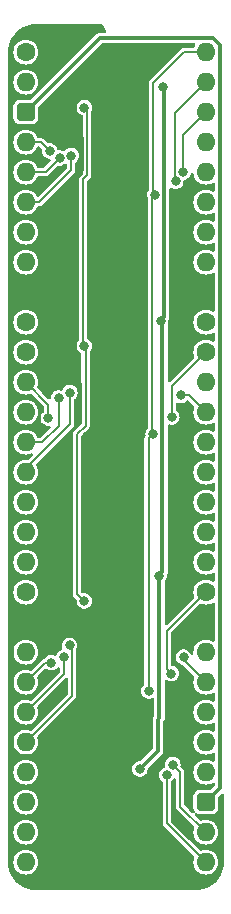
<source format=gbl>
%TF.GenerationSoftware,KiCad,Pcbnew,8.0.4*%
%TF.CreationDate,2024-08-14T09:43:43+02:00*%
%TF.ProjectId,Video Address Output,56696465-6f20-4416-9464-72657373204f,V0*%
%TF.SameCoordinates,PX54c81a0PY37b6b20*%
%TF.FileFunction,Copper,L2,Bot*%
%TF.FilePolarity,Positive*%
%FSLAX46Y46*%
G04 Gerber Fmt 4.6, Leading zero omitted, Abs format (unit mm)*
G04 Created by KiCad (PCBNEW 8.0.4) date 2024-08-14 09:43:43*
%MOMM*%
%LPD*%
G01*
G04 APERTURE LIST*
G04 Aperture macros list*
%AMRoundRect*
0 Rectangle with rounded corners*
0 $1 Rounding radius*
0 $2 $3 $4 $5 $6 $7 $8 $9 X,Y pos of 4 corners*
0 Add a 4 corners polygon primitive as box body*
4,1,4,$2,$3,$4,$5,$6,$7,$8,$9,$2,$3,0*
0 Add four circle primitives for the rounded corners*
1,1,$1+$1,$2,$3*
1,1,$1+$1,$4,$5*
1,1,$1+$1,$6,$7*
1,1,$1+$1,$8,$9*
0 Add four rect primitives between the rounded corners*
20,1,$1+$1,$2,$3,$4,$5,0*
20,1,$1+$1,$4,$5,$6,$7,0*
20,1,$1+$1,$6,$7,$8,$9,0*
20,1,$1+$1,$8,$9,$2,$3,0*%
G04 Aperture macros list end*
%TA.AperFunction,ComponentPad*%
%ADD10C,1.600000*%
%TD*%
%TA.AperFunction,ComponentPad*%
%ADD11O,1.600000X1.600000*%
%TD*%
%TA.AperFunction,ComponentPad*%
%ADD12RoundRect,0.400000X-0.400000X-0.400000X0.400000X-0.400000X0.400000X0.400000X-0.400000X0.400000X0*%
%TD*%
%TA.AperFunction,ComponentPad*%
%ADD13R,1.600000X1.600000*%
%TD*%
%TA.AperFunction,ViaPad*%
%ADD14C,0.800000*%
%TD*%
%TA.AperFunction,Conductor*%
%ADD15C,0.380000*%
%TD*%
%TA.AperFunction,Conductor*%
%ADD16C,0.200000*%
%TD*%
G04 APERTURE END LIST*
D10*
%TO.P,J2,1,Pin_1*%
%TO.N,/~{OE}*%
X0Y0D03*
D11*
%TO.P,J2,2,Pin_2*%
%TO.N,/C23*%
X0Y-2540000D03*
D12*
%TO.P,J2,3,Pin_3*%
%TO.N,/5V*%
X0Y-5080000D03*
D11*
%TO.P,J2,4,Pin_4*%
%TO.N,/C22*%
X0Y-7620000D03*
%TO.P,J2,5,Pin_5*%
%TO.N,/C21*%
X0Y-10160000D03*
%TO.P,J2,6,Pin_6*%
%TO.N,/C20*%
X0Y-12700000D03*
%TO.P,J2,7,Pin_7*%
%TO.N,/C19*%
X0Y-15240000D03*
%TO.P,J2,8,Pin_8*%
%TO.N,/C18*%
X0Y-17780000D03*
D13*
%TO.P,J2,9,Pin_9*%
%TO.N,/GND*%
X0Y-20320000D03*
D10*
%TO.P,J2,10,Pin_10*%
%TO.N,/C17*%
X0Y-22860000D03*
%TO.P,J2,11,Pin_11*%
%TO.N,/C16*%
X0Y-25400000D03*
D11*
%TO.P,J2,12,Pin_12*%
%TO.N,/C15*%
X0Y-27940000D03*
%TO.P,J2,13,Pin_13*%
%TO.N,/C14*%
X0Y-30480000D03*
%TO.P,J2,14,Pin_14*%
%TO.N,/C13*%
X0Y-33020000D03*
%TO.P,J2,15,Pin_15*%
%TO.N,/C12*%
X0Y-35560000D03*
%TO.P,J2,16,Pin_16*%
%TO.N,/C11*%
X0Y-38100000D03*
%TO.P,J2,17,Pin_17*%
%TO.N,/C10*%
X0Y-40640000D03*
%TO.P,J2,18,Pin_18*%
%TO.N,/C9*%
X0Y-43180000D03*
D10*
%TO.P,J2,19,Pin_19*%
%TO.N,/C8*%
X0Y-45720000D03*
D13*
%TO.P,J2,20,Pin_20*%
%TO.N,/GND*%
X0Y-48260000D03*
D11*
%TO.P,J2,21,Pin_21*%
%TO.N,/C7*%
X0Y-50800000D03*
%TO.P,J2,22,Pin_22*%
%TO.N,/C6*%
X0Y-53340000D03*
%TO.P,J2,23,Pin_23*%
%TO.N,/C5*%
X0Y-55880000D03*
%TO.P,J2,24,Pin_24*%
%TO.N,/C4*%
X0Y-58420000D03*
%TO.P,J2,25,Pin_25*%
%TO.N,/C3*%
X0Y-60960000D03*
%TO.P,J2,26,Pin_26*%
%TO.N,/C2*%
X0Y-63500000D03*
%TO.P,J2,27,Pin_27*%
%TO.N,/C1*%
X0Y-66040000D03*
%TO.P,J2,28,Pin_28*%
%TO.N,/C0*%
X0Y-68580000D03*
%TO.P,J2,29,Pin_29*%
%TO.N,/VA0*%
X15240000Y-68580000D03*
%TO.P,J2,30,Pin_30*%
%TO.N,/VA1*%
X15240000Y-66040000D03*
D12*
%TO.P,J2,31,Pin_31*%
%TO.N,/5V*%
X15240000Y-63500000D03*
D11*
%TO.P,J2,32,Pin_32*%
%TO.N,/VA2*%
X15240000Y-60960000D03*
%TO.P,J2,33,Pin_33*%
%TO.N,/VA3*%
X15240000Y-58420000D03*
%TO.P,J2,34,Pin_34*%
%TO.N,/VA4*%
X15240000Y-55880000D03*
%TO.P,J2,35,Pin_35*%
%TO.N,/VA5*%
X15240000Y-53340000D03*
%TO.P,J2,36,Pin_36*%
%TO.N,/VA6*%
X15240000Y-50800000D03*
D13*
%TO.P,J2,37,Pin_37*%
%TO.N,/GND*%
X15240000Y-48260000D03*
D10*
%TO.P,J2,38,Pin_38*%
%TO.N,/VA7*%
X15240000Y-45720000D03*
D11*
%TO.P,J2,39,Pin_39*%
%TO.N,/VA8*%
X15240000Y-43180000D03*
%TO.P,J2,40,Pin_40*%
%TO.N,/VA9*%
X15240000Y-40640000D03*
%TO.P,J2,41,Pin_41*%
%TO.N,/VA10*%
X15240000Y-38100000D03*
%TO.P,J2,42,Pin_42*%
%TO.N,/VA11*%
X15240000Y-35560000D03*
%TO.P,J2,43,Pin_43*%
%TO.N,/VA12*%
X15240000Y-33020000D03*
%TO.P,J2,44,Pin_44*%
%TO.N,/VA13*%
X15240000Y-30480000D03*
%TO.P,J2,45,Pin_45*%
%TO.N,/VA14*%
X15240000Y-27940000D03*
D10*
%TO.P,J2,46,Pin_46*%
%TO.N,/VA15*%
X15240000Y-25400000D03*
%TO.P,J2,47,Pin_47*%
%TO.N,/VA16*%
X15240000Y-22860000D03*
D13*
%TO.P,J2,48,Pin_48*%
%TO.N,/GND*%
X15240000Y-20320000D03*
D11*
%TO.P,J2,49,Pin_49*%
%TO.N,/VA17*%
X15240000Y-17780000D03*
%TO.P,J2,50,Pin_50*%
%TO.N,/VA18*%
X15240000Y-15240000D03*
%TO.P,J2,51,Pin_51*%
%TO.N,/VA19*%
X15240000Y-12700000D03*
%TO.P,J2,52,Pin_52*%
%TO.N,/VA20*%
X15240000Y-10160000D03*
%TO.P,J2,53,Pin_53*%
%TO.N,/VA21*%
X15240000Y-7620000D03*
%TO.P,J2,54,Pin_54*%
%TO.N,/VA22*%
X15240000Y-5080000D03*
%TO.P,J2,55,Pin_55*%
%TO.N,/VA23*%
X15240000Y-2540000D03*
%TO.P,J2,56,Pin_56*%
%TO.N,/CLK*%
X15240000Y0D03*
%TD*%
D14*
%TO.N,/GND*%
X5198487Y-32481488D03*
X3429000Y-12192000D03*
X9143992Y-5207000D03*
X5588000Y-12192000D03*
X7239000Y-24764996D03*
X9652000Y-18542000D03*
X9652000Y-16129000D03*
X4064000Y-22733000D03*
X6350000Y-45720000D03*
X5207002Y-53848000D03*
%TO.N,/3.3V*%
X11303000Y-44323000D03*
X11422006Y-22733000D03*
X9652000Y-60706000D03*
X11591518Y-2955518D03*
%TO.N,/~{OE}*%
X4953000Y-4699000D03*
X4953000Y-46482000D03*
X4953000Y-24892000D03*
%TO.N,/C4*%
X3703722Y-50219473D03*
%TO.N,/C5*%
X3229008Y-51206224D03*
%TO.N,/C6*%
X2159000Y-51689000D03*
%TO.N,/CLK*%
X10396748Y-54099125D03*
X10780010Y-32320000D03*
X10922000Y-12065000D03*
%TO.N,/VA7*%
X12319000Y-52617002D03*
%TO.N,/VA5*%
X13352589Y-51217000D03*
%TO.N,/VA1*%
X12446000Y-60325000D03*
%TO.N,/VA0*%
X11938000Y-61214000D03*
%TO.N,/C12*%
X3732000Y-28822686D03*
%TO.N,/C13*%
X2784507Y-29275193D03*
%TO.N,/C15*%
X1905000Y-30988000D03*
%TO.N,/VA15*%
X12360010Y-30885404D03*
%TO.N,/VA13*%
X13126525Y-29063525D03*
%TO.N,/C20*%
X3845419Y-8757005D03*
%TO.N,/C22*%
X2032000Y-8382000D03*
%TO.N,/C21*%
X2866578Y-8961639D03*
%TO.N,/VA22*%
X13335000Y-10160000D03*
%TO.N,/VA23*%
X12694814Y-10928223D03*
%TO.N,/GND*%
X13081000Y-21971000D03*
%TD*%
D15*
%TO.N,/GND*%
X5198487Y-36694487D02*
X5198487Y-32481488D01*
X6350000Y-37846000D02*
X5198487Y-36694487D01*
X6350000Y-45720000D02*
X6350000Y-37846000D01*
X7239000Y-30511700D02*
X7239000Y-24764996D01*
X5269212Y-32481488D02*
X7239000Y-30511700D01*
X5198487Y-32481488D02*
X5269212Y-32481488D01*
X3861998Y-32135062D02*
X3861998Y-44398002D01*
X4572000Y-31425060D02*
X3861998Y-32135062D01*
X4572000Y-28067000D02*
X4572000Y-31425060D01*
D16*
%TO.N,/~{OE}*%
X5062000Y-25001000D02*
X4953000Y-24892000D01*
X5062000Y-31628025D02*
X5062000Y-25001000D01*
X4351998Y-32338027D02*
X5062000Y-31628025D01*
X4351998Y-45880998D02*
X4351998Y-32338027D01*
D15*
%TO.N,/GND*%
X3861998Y-44398002D02*
X0Y-48260000D01*
X4064000Y-22733000D02*
X4064000Y-27559000D01*
X4064000Y-27559000D02*
X4572000Y-28067000D01*
D16*
%TO.N,/~{OE}*%
X4953000Y-46482000D02*
X4351998Y-45880998D01*
%TO.N,/C12*%
X3732000Y-31516036D02*
X3732000Y-28822686D01*
X0Y-35248036D02*
X3732000Y-31516036D01*
%TO.N,/C13*%
X2784507Y-31632493D02*
X2784507Y-29275193D01*
X1397000Y-33020000D02*
X2784507Y-31632493D01*
X0Y-33020000D02*
X1397000Y-33020000D01*
D15*
%TO.N,/GND*%
X7493000Y-5207000D02*
X9143992Y-5207000D01*
X5842000Y-3556000D02*
X7493000Y-5207000D01*
X4717000Y-7257000D02*
X3556000Y-6096000D01*
X4191000Y-3556000D02*
X5842000Y-3556000D01*
X3556000Y-4191000D02*
X4191000Y-3556000D01*
X4717000Y-10015000D02*
X4717000Y-7257000D01*
X3429000Y-11303000D02*
X4717000Y-10015000D01*
X3429000Y-12192000D02*
X3429000Y-11303000D01*
X3556000Y-6096000D02*
X3556000Y-4191000D01*
X3429000Y-18542000D02*
X3429000Y-12192000D01*
X1651000Y-20320000D02*
X3429000Y-18542000D01*
X5207002Y-55498998D02*
X5207002Y-53848000D01*
X-492915Y-59610000D02*
X1096000Y-59610000D01*
X-1190000Y-49450000D02*
X-1190000Y-58912915D01*
X-1190000Y-58912915D02*
X-492915Y-59610000D01*
X1096000Y-59610000D02*
X5207002Y-55498998D01*
X0Y-48260000D02*
X-1190000Y-49450000D01*
X9652000Y-16129000D02*
X9652000Y-18542000D01*
X1651000Y-20320000D02*
X0Y-20320000D01*
X4064000Y-22733000D02*
X1651000Y-20320000D01*
%TO.N,/5V*%
X15828000Y1190000D02*
X6270000Y1190000D01*
X16430000Y588000D02*
X15828000Y1190000D01*
X16430000Y-62310000D02*
X16430000Y588000D01*
X15240000Y-63500000D02*
X16430000Y-62310000D01*
X6270000Y1190000D02*
X0Y-5080000D01*
%TO.N,/GND*%
X6350000Y-45720000D02*
X6350000Y-52705002D01*
X6350000Y-52705002D02*
X5207002Y-53848000D01*
%TO.N,/3.3V*%
X11712000Y-22443006D02*
X11422006Y-22733000D01*
X9652000Y-60706000D02*
X11176000Y-59182000D01*
X11303000Y-44323000D02*
X11570010Y-44055990D01*
X11570010Y-22881004D02*
X11422006Y-22733000D01*
X11303000Y-56388000D02*
X11303000Y-44323000D01*
X11176000Y-56515000D02*
X11303000Y-56388000D01*
X11570010Y-44055990D02*
X11570010Y-22881004D01*
X11176000Y-59182000D02*
X11176000Y-56515000D01*
X11712000Y-3076000D02*
X11712000Y-22443006D01*
X11591518Y-2955518D02*
X11712000Y-3076000D01*
D16*
%TO.N,/C4*%
X0Y-58420000D02*
X3929000Y-54491000D01*
X3929000Y-54491000D02*
X3929000Y-50444751D01*
X3929000Y-50444751D02*
X3703722Y-50219473D01*
%TO.N,/C5*%
X3229008Y-52650992D02*
X3229008Y-51206224D01*
X0Y-55880000D02*
X3229008Y-52650992D01*
%TO.N,/C6*%
X0Y-53340000D02*
X1651000Y-51689000D01*
X1651000Y-51689000D02*
X2159000Y-51689000D01*
%TO.N,/CLK*%
X10396748Y-32703262D02*
X10780010Y-32320000D01*
X10922000Y-12065000D02*
X10722006Y-12264994D01*
X13382543Y0D02*
X10794992Y-2587551D01*
X10794992Y-11937992D02*
X10922000Y-12065000D01*
X10794992Y-2587551D02*
X10794992Y-11937992D01*
X10722006Y-12264994D02*
X10722006Y-32261996D01*
X10722006Y-32261996D02*
X10780010Y-32320000D01*
X10396748Y-54099125D02*
X10396748Y-32703262D01*
X15240000Y0D02*
X13382543Y0D01*
%TO.N,/VA7*%
X11938000Y-52236002D02*
X12319000Y-52617002D01*
X15240000Y-45720000D02*
X11938000Y-49022000D01*
X11938000Y-49022000D02*
X11938000Y-52236002D01*
%TO.N,/VA5*%
X13352589Y-51452589D02*
X13352589Y-51217000D01*
X15240000Y-53340000D02*
X13352589Y-51452589D01*
%TO.N,/VA1*%
X13081000Y-60960000D02*
X12446000Y-60325000D01*
X15240000Y-66040000D02*
X13081000Y-63881000D01*
X13081000Y-63881000D02*
X13081000Y-60960000D01*
%TO.N,/VA0*%
X11938000Y-65278000D02*
X15240000Y-68580000D01*
X11938000Y-61214000D02*
X11938000Y-65278000D01*
%TO.N,/C15*%
X1905000Y-29845000D02*
X0Y-27940000D01*
X1905000Y-30988000D02*
X1905000Y-29845000D01*
%TO.N,/VA15*%
X12360010Y-28279990D02*
X12360010Y-30885404D01*
X15240000Y-25400000D02*
X12360010Y-28279990D01*
%TO.N,/VA13*%
X13823525Y-29063525D02*
X13126525Y-29063525D01*
X15240000Y-30480000D02*
X13823525Y-29063525D01*
%TO.N,/C20*%
X1131370Y-12700000D02*
X3845419Y-9985951D01*
X3845419Y-9985951D02*
X3845419Y-8757005D01*
X0Y-12700000D02*
X1131370Y-12700000D01*
%TO.N,/C22*%
X1270000Y-7620000D02*
X2032000Y-8382000D01*
X0Y-7620000D02*
X1270000Y-7620000D01*
%TO.N,/C21*%
X1668217Y-10160000D02*
X2866578Y-8961639D01*
X0Y-10160000D02*
X1668217Y-10160000D01*
%TO.N,/VA22*%
X15240000Y-5080000D02*
X13335000Y-6985000D01*
X13335000Y-6985000D02*
X13335000Y-10160000D01*
%TO.N,/VA23*%
X12635000Y-10868409D02*
X12694814Y-10928223D01*
X15240000Y-2540000D02*
X12635000Y-5145000D01*
X12635000Y-5145000D02*
X12635000Y-10868409D01*
D15*
%TO.N,/GND*%
X14732000Y-20320000D02*
X13081000Y-21971000D01*
D16*
%TO.N,/~{OE}*%
X5207000Y-4953000D02*
X4953000Y-4699000D01*
X4838000Y-10783000D02*
X5207000Y-10414000D01*
X5207000Y-10414000D02*
X5207000Y-4953000D01*
X4838000Y-24777000D02*
X4838000Y-10783000D01*
X4953000Y-24892000D02*
X4838000Y-24777000D01*
D15*
%TO.N,/GND*%
X5588000Y-12192000D02*
X9143992Y-8636008D01*
X9143992Y-8636008D02*
X9143992Y-5207000D01*
%TD*%
%TA.AperFunction,Conductor*%
%TO.N,/GND*%
G36*
X16686833Y-62778641D02*
G01*
X16742766Y-62820513D01*
X16767183Y-62885977D01*
X16767499Y-62894823D01*
X16767500Y-68535830D01*
X16767500Y-68576249D01*
X16767274Y-68583737D01*
X16750721Y-68857369D01*
X16748916Y-68872232D01*
X16700180Y-69138178D01*
X16696596Y-69152718D01*
X16616158Y-69410851D01*
X16610848Y-69424852D01*
X16499885Y-69671399D01*
X16492927Y-69684657D01*
X16353050Y-69916039D01*
X16344543Y-69928363D01*
X16177799Y-70141194D01*
X16167870Y-70152402D01*
X15976682Y-70343588D01*
X15965474Y-70353517D01*
X15752637Y-70520262D01*
X15740313Y-70528768D01*
X15508937Y-70668637D01*
X15495678Y-70675596D01*
X15249125Y-70786557D01*
X15235124Y-70791867D01*
X14976982Y-70872305D01*
X14962443Y-70875888D01*
X14696505Y-70924620D01*
X14681641Y-70926425D01*
X14433129Y-70941454D01*
X14407477Y-70943006D01*
X14399994Y-70943232D01*
X13843000Y-70943232D01*
X13843000Y-67678682D01*
X14229808Y-68065490D01*
X14263293Y-68126813D01*
X14260788Y-68189166D01*
X14204699Y-68374067D01*
X14184417Y-68580000D01*
X14204699Y-68785932D01*
X14204700Y-68785934D01*
X14264768Y-68983954D01*
X14362315Y-69166450D01*
X14362317Y-69166452D01*
X14493589Y-69326410D01*
X14590209Y-69405702D01*
X14653550Y-69457685D01*
X14836046Y-69555232D01*
X15034066Y-69615300D01*
X15034065Y-69615300D01*
X15052529Y-69617118D01*
X15240000Y-69635583D01*
X15445934Y-69615300D01*
X15643954Y-69555232D01*
X15826450Y-69457685D01*
X15986410Y-69326410D01*
X16117685Y-69166450D01*
X16215232Y-68983954D01*
X16275300Y-68785934D01*
X16295583Y-68580000D01*
X16275300Y-68374066D01*
X16215232Y-68176046D01*
X16117685Y-67993550D01*
X16065702Y-67930209D01*
X15986410Y-67833589D01*
X15826452Y-67702317D01*
X15826453Y-67702317D01*
X15826450Y-67702315D01*
X15643954Y-67604768D01*
X15445934Y-67544700D01*
X15445932Y-67544699D01*
X15445934Y-67544699D01*
X15240000Y-67524417D01*
X15034067Y-67544699D01*
X14849166Y-67600788D01*
X14779299Y-67601411D01*
X14725490Y-67569808D01*
X13843000Y-66687318D01*
X13843000Y-65138682D01*
X14229808Y-65525490D01*
X14263293Y-65586813D01*
X14260788Y-65649166D01*
X14204699Y-65834067D01*
X14184417Y-66040000D01*
X14204699Y-66245932D01*
X14204700Y-66245934D01*
X14264768Y-66443954D01*
X14362315Y-66626450D01*
X14362317Y-66626452D01*
X14493589Y-66786410D01*
X14590209Y-66865702D01*
X14653550Y-66917685D01*
X14836046Y-67015232D01*
X15034066Y-67075300D01*
X15034065Y-67075300D01*
X15052529Y-67077118D01*
X15240000Y-67095583D01*
X15445934Y-67075300D01*
X15643954Y-67015232D01*
X15826450Y-66917685D01*
X15986410Y-66786410D01*
X16117685Y-66626450D01*
X16215232Y-66443954D01*
X16275300Y-66245934D01*
X16295583Y-66040000D01*
X16275300Y-65834066D01*
X16215232Y-65636046D01*
X16117685Y-65453550D01*
X16011485Y-65324144D01*
X15986410Y-65293589D01*
X15826452Y-65162317D01*
X15826453Y-65162317D01*
X15826450Y-65162315D01*
X15643954Y-65064768D01*
X15445934Y-65004700D01*
X15445932Y-65004699D01*
X15445934Y-65004699D01*
X15240000Y-64984417D01*
X15034067Y-65004699D01*
X14849166Y-65060788D01*
X14779299Y-65061411D01*
X14725490Y-65029808D01*
X14338343Y-64642661D01*
X14304858Y-64581338D01*
X14309842Y-64511646D01*
X14351714Y-64455713D01*
X14417178Y-64431296D01*
X14485451Y-64446148D01*
X14489140Y-64448245D01*
X14579602Y-64501744D01*
X14613685Y-64511646D01*
X14737426Y-64547597D01*
X14737429Y-64547597D01*
X14737431Y-64547598D01*
X14774306Y-64550500D01*
X14774314Y-64550500D01*
X15705686Y-64550500D01*
X15705694Y-64550500D01*
X15742569Y-64547598D01*
X15742571Y-64547597D01*
X15742573Y-64547597D01*
X15784191Y-64535505D01*
X15900398Y-64501744D01*
X16041865Y-64418081D01*
X16158081Y-64301865D01*
X16241744Y-64160398D01*
X16287598Y-64002569D01*
X16290500Y-63965694D01*
X16290500Y-63123822D01*
X16310185Y-63056783D01*
X16326815Y-63036145D01*
X16555818Y-62807141D01*
X16617141Y-62773657D01*
X16686833Y-62778641D01*
G37*
%TD.AperFunction*%
%TA.AperFunction,Conductor*%
G36*
X14229808Y-52825489D02*
G01*
X14263293Y-52886812D01*
X14260788Y-52949165D01*
X14204699Y-53134067D01*
X14184417Y-53340000D01*
X14204699Y-53545932D01*
X14204700Y-53545934D01*
X14264768Y-53743954D01*
X14362315Y-53926450D01*
X14362317Y-53926452D01*
X14493589Y-54086410D01*
X14590209Y-54165702D01*
X14653550Y-54217685D01*
X14836046Y-54315232D01*
X15034066Y-54375300D01*
X15034065Y-54375300D01*
X15052529Y-54377118D01*
X15240000Y-54395583D01*
X15445934Y-54375300D01*
X15643954Y-54315232D01*
X15807048Y-54228055D01*
X15875449Y-54213814D01*
X15940693Y-54238814D01*
X15982064Y-54295118D01*
X15989500Y-54337414D01*
X15989500Y-54882585D01*
X15969815Y-54949624D01*
X15917011Y-54995379D01*
X15847853Y-55005323D01*
X15807047Y-54991943D01*
X15643958Y-54904769D01*
X15544944Y-54874734D01*
X15445934Y-54844700D01*
X15445932Y-54844699D01*
X15445934Y-54844699D01*
X15240000Y-54824417D01*
X15034067Y-54844699D01*
X14836043Y-54904769D01*
X14752127Y-54949624D01*
X14653550Y-55002315D01*
X14653548Y-55002316D01*
X14653547Y-55002317D01*
X14493589Y-55133589D01*
X14362317Y-55293547D01*
X14264769Y-55476043D01*
X14204699Y-55674067D01*
X14184417Y-55880000D01*
X14204699Y-56085932D01*
X14204700Y-56085934D01*
X14264768Y-56283954D01*
X14362315Y-56466450D01*
X14362317Y-56466452D01*
X14493589Y-56626410D01*
X14590209Y-56705702D01*
X14653550Y-56757685D01*
X14836046Y-56855232D01*
X15034066Y-56915300D01*
X15034065Y-56915300D01*
X15052529Y-56917118D01*
X15240000Y-56935583D01*
X15445934Y-56915300D01*
X15643954Y-56855232D01*
X15807048Y-56768055D01*
X15875449Y-56753814D01*
X15940693Y-56778814D01*
X15982064Y-56835118D01*
X15989500Y-56877414D01*
X15989500Y-57422585D01*
X15969815Y-57489624D01*
X15917011Y-57535379D01*
X15847853Y-57545323D01*
X15807047Y-57531943D01*
X15643958Y-57444769D01*
X15544944Y-57414734D01*
X15445934Y-57384700D01*
X15445932Y-57384699D01*
X15445934Y-57384699D01*
X15240000Y-57364417D01*
X15034067Y-57384699D01*
X14836043Y-57444769D01*
X14752127Y-57489624D01*
X14653550Y-57542315D01*
X14653548Y-57542316D01*
X14653547Y-57542317D01*
X14493589Y-57673589D01*
X14362317Y-57833547D01*
X14264769Y-58016043D01*
X14204699Y-58214067D01*
X14184417Y-58420000D01*
X14204699Y-58625932D01*
X14204700Y-58625934D01*
X14264768Y-58823954D01*
X14362315Y-59006450D01*
X14362317Y-59006452D01*
X14493589Y-59166410D01*
X14590209Y-59245702D01*
X14653550Y-59297685D01*
X14836046Y-59395232D01*
X15034066Y-59455300D01*
X15034065Y-59455300D01*
X15052529Y-59457118D01*
X15240000Y-59475583D01*
X15445934Y-59455300D01*
X15643954Y-59395232D01*
X15807048Y-59308055D01*
X15875449Y-59293814D01*
X15940693Y-59318814D01*
X15982064Y-59375118D01*
X15989500Y-59417414D01*
X15989500Y-59962585D01*
X15969815Y-60029624D01*
X15917011Y-60075379D01*
X15847853Y-60085323D01*
X15807047Y-60071943D01*
X15643958Y-59984769D01*
X15544944Y-59954734D01*
X15445934Y-59924700D01*
X15445932Y-59924699D01*
X15445934Y-59924699D01*
X15240000Y-59904417D01*
X15034067Y-59924699D01*
X14836043Y-59984769D01*
X14752127Y-60029624D01*
X14653550Y-60082315D01*
X14653548Y-60082316D01*
X14653547Y-60082317D01*
X14493589Y-60213589D01*
X14362317Y-60373547D01*
X14264769Y-60556043D01*
X14204699Y-60754067D01*
X14184417Y-60960000D01*
X14204699Y-61165932D01*
X14204700Y-61165934D01*
X14264768Y-61363954D01*
X14362315Y-61546450D01*
X14362317Y-61546452D01*
X14493589Y-61706410D01*
X14590209Y-61785702D01*
X14653550Y-61837685D01*
X14836046Y-61935232D01*
X15034066Y-61995300D01*
X15034065Y-61995300D01*
X15052529Y-61997118D01*
X15240000Y-62015583D01*
X15445934Y-61995300D01*
X15643954Y-61935232D01*
X15807048Y-61848055D01*
X15875449Y-61833814D01*
X15940693Y-61858814D01*
X15982064Y-61915118D01*
X15989500Y-61957414D01*
X15989500Y-62076177D01*
X15969815Y-62143216D01*
X15953181Y-62163858D01*
X15703858Y-62413181D01*
X15642535Y-62446666D01*
X15616177Y-62449500D01*
X14774298Y-62449500D01*
X14737432Y-62452401D01*
X14737426Y-62452402D01*
X14579606Y-62498254D01*
X14579603Y-62498255D01*
X14438137Y-62581917D01*
X14438129Y-62581923D01*
X14321923Y-62698129D01*
X14321917Y-62698137D01*
X14238255Y-62839603D01*
X14238254Y-62839606D01*
X14192402Y-62997426D01*
X14192401Y-62997432D01*
X14189500Y-63034298D01*
X14189500Y-63965701D01*
X14192401Y-64002567D01*
X14192402Y-64002573D01*
X14238254Y-64160393D01*
X14238255Y-64160396D01*
X14291751Y-64250854D01*
X14308934Y-64318579D01*
X14286774Y-64384841D01*
X14232307Y-64428604D01*
X14162827Y-64435973D01*
X14100393Y-64404609D01*
X14097338Y-64401656D01*
X13843000Y-64147318D01*
X13843000Y-52438681D01*
X14229808Y-52825489D01*
G37*
%TD.AperFunction*%
%TA.AperFunction,Conductor*%
G36*
X15940693Y-46618814D02*
G01*
X15982064Y-46675118D01*
X15989500Y-46717414D01*
X15989500Y-49802585D01*
X15969815Y-49869624D01*
X15917011Y-49915379D01*
X15847853Y-49925323D01*
X15807047Y-49911943D01*
X15643958Y-49824769D01*
X15544944Y-49794734D01*
X15445934Y-49764700D01*
X15445932Y-49764699D01*
X15445934Y-49764699D01*
X15240000Y-49744417D01*
X15034067Y-49764699D01*
X14836043Y-49824769D01*
X14752127Y-49869624D01*
X14653550Y-49922315D01*
X14653548Y-49922316D01*
X14653547Y-49922317D01*
X14493589Y-50053589D01*
X14362317Y-50213547D01*
X14264769Y-50396043D01*
X14204699Y-50594067D01*
X14184417Y-50800000D01*
X14196216Y-50919799D01*
X14183197Y-50988445D01*
X14135132Y-51039155D01*
X14067281Y-51055830D01*
X14001187Y-51033174D01*
X13957833Y-50978381D01*
X13956871Y-50975924D01*
X13932809Y-50912477D01*
X13843072Y-50782470D01*
X13843000Y-50782406D01*
X13843000Y-47612681D01*
X14725491Y-46730189D01*
X14786812Y-46696706D01*
X14849162Y-46699210D01*
X15034066Y-46755300D01*
X15034065Y-46755300D01*
X15052529Y-46757118D01*
X15240000Y-46775583D01*
X15445934Y-46755300D01*
X15643954Y-46695232D01*
X15807048Y-46608055D01*
X15875449Y-46593814D01*
X15940693Y-46618814D01*
G37*
%TD.AperFunction*%
%TA.AperFunction,Conductor*%
G36*
X14229808Y-29965490D02*
G01*
X14263293Y-30026813D01*
X14260788Y-30089166D01*
X14204699Y-30274067D01*
X14184417Y-30480000D01*
X14204699Y-30685932D01*
X14204700Y-30685934D01*
X14264768Y-30883954D01*
X14362315Y-31066450D01*
X14362317Y-31066452D01*
X14493589Y-31226410D01*
X14590209Y-31305702D01*
X14653550Y-31357685D01*
X14836046Y-31455232D01*
X15034066Y-31515300D01*
X15034065Y-31515300D01*
X15052529Y-31517118D01*
X15240000Y-31535583D01*
X15445934Y-31515300D01*
X15643954Y-31455232D01*
X15807048Y-31368055D01*
X15875449Y-31353814D01*
X15940693Y-31378814D01*
X15982064Y-31435118D01*
X15989500Y-31477414D01*
X15989500Y-32022585D01*
X15969815Y-32089624D01*
X15917011Y-32135379D01*
X15847853Y-32145323D01*
X15807047Y-32131943D01*
X15643958Y-32044769D01*
X15544944Y-32014734D01*
X15445934Y-31984700D01*
X15445932Y-31984699D01*
X15445934Y-31984699D01*
X15240000Y-31964417D01*
X15034067Y-31984699D01*
X14836043Y-32044769D01*
X14752127Y-32089624D01*
X14653550Y-32142315D01*
X14653548Y-32142316D01*
X14653547Y-32142317D01*
X14493589Y-32273589D01*
X14362317Y-32433547D01*
X14264769Y-32616043D01*
X14204699Y-32814067D01*
X14184417Y-33020000D01*
X14204699Y-33225932D01*
X14204700Y-33225934D01*
X14264768Y-33423954D01*
X14362315Y-33606450D01*
X14362317Y-33606452D01*
X14493589Y-33766410D01*
X14590209Y-33845702D01*
X14653550Y-33897685D01*
X14836046Y-33995232D01*
X15034066Y-34055300D01*
X15034065Y-34055300D01*
X15052529Y-34057118D01*
X15240000Y-34075583D01*
X15445934Y-34055300D01*
X15643954Y-33995232D01*
X15807048Y-33908055D01*
X15875449Y-33893814D01*
X15940693Y-33918814D01*
X15982064Y-33975118D01*
X15989500Y-34017414D01*
X15989500Y-34562585D01*
X15969815Y-34629624D01*
X15917011Y-34675379D01*
X15847853Y-34685323D01*
X15807047Y-34671943D01*
X15643958Y-34584769D01*
X15544944Y-34554734D01*
X15445934Y-34524700D01*
X15445932Y-34524699D01*
X15445934Y-34524699D01*
X15240000Y-34504417D01*
X15034067Y-34524699D01*
X14836043Y-34584769D01*
X14752127Y-34629624D01*
X14653550Y-34682315D01*
X14653548Y-34682316D01*
X14653547Y-34682317D01*
X14493589Y-34813589D01*
X14362317Y-34973547D01*
X14264769Y-35156043D01*
X14204699Y-35354067D01*
X14184417Y-35560000D01*
X14204699Y-35765932D01*
X14204700Y-35765934D01*
X14264768Y-35963954D01*
X14362315Y-36146450D01*
X14362317Y-36146452D01*
X14493589Y-36306410D01*
X14590209Y-36385702D01*
X14653550Y-36437685D01*
X14836046Y-36535232D01*
X15034066Y-36595300D01*
X15034065Y-36595300D01*
X15052529Y-36597118D01*
X15240000Y-36615583D01*
X15445934Y-36595300D01*
X15643954Y-36535232D01*
X15807048Y-36448055D01*
X15875449Y-36433814D01*
X15940693Y-36458814D01*
X15982064Y-36515118D01*
X15989500Y-36557414D01*
X15989500Y-37102585D01*
X15969815Y-37169624D01*
X15917011Y-37215379D01*
X15847853Y-37225323D01*
X15807047Y-37211943D01*
X15643958Y-37124769D01*
X15544944Y-37094734D01*
X15445934Y-37064700D01*
X15445932Y-37064699D01*
X15445934Y-37064699D01*
X15240000Y-37044417D01*
X15034067Y-37064699D01*
X14836043Y-37124769D01*
X14752127Y-37169624D01*
X14653550Y-37222315D01*
X14653548Y-37222316D01*
X14653547Y-37222317D01*
X14493589Y-37353589D01*
X14362317Y-37513547D01*
X14264769Y-37696043D01*
X14204699Y-37894067D01*
X14184417Y-38100000D01*
X14204699Y-38305932D01*
X14204700Y-38305934D01*
X14264768Y-38503954D01*
X14362315Y-38686450D01*
X14362317Y-38686452D01*
X14493589Y-38846410D01*
X14590209Y-38925702D01*
X14653550Y-38977685D01*
X14836046Y-39075232D01*
X15034066Y-39135300D01*
X15034065Y-39135300D01*
X15052529Y-39137118D01*
X15240000Y-39155583D01*
X15445934Y-39135300D01*
X15643954Y-39075232D01*
X15807048Y-38988055D01*
X15875449Y-38973814D01*
X15940693Y-38998814D01*
X15982064Y-39055118D01*
X15989500Y-39097414D01*
X15989500Y-39642585D01*
X15969815Y-39709624D01*
X15917011Y-39755379D01*
X15847853Y-39765323D01*
X15807047Y-39751943D01*
X15643958Y-39664769D01*
X15544944Y-39634734D01*
X15445934Y-39604700D01*
X15445932Y-39604699D01*
X15445934Y-39604699D01*
X15240000Y-39584417D01*
X15034067Y-39604699D01*
X14836043Y-39664769D01*
X14752127Y-39709624D01*
X14653550Y-39762315D01*
X14653548Y-39762316D01*
X14653547Y-39762317D01*
X14493589Y-39893589D01*
X14362317Y-40053547D01*
X14264769Y-40236043D01*
X14204699Y-40434067D01*
X14184417Y-40640000D01*
X14204699Y-40845932D01*
X14204700Y-40845934D01*
X14264768Y-41043954D01*
X14362315Y-41226450D01*
X14362317Y-41226452D01*
X14493589Y-41386410D01*
X14590209Y-41465702D01*
X14653550Y-41517685D01*
X14836046Y-41615232D01*
X15034066Y-41675300D01*
X15034065Y-41675300D01*
X15052529Y-41677118D01*
X15240000Y-41695583D01*
X15445934Y-41675300D01*
X15643954Y-41615232D01*
X15807048Y-41528055D01*
X15875449Y-41513814D01*
X15940693Y-41538814D01*
X15982064Y-41595118D01*
X15989500Y-41637414D01*
X15989500Y-42182585D01*
X15969815Y-42249624D01*
X15917011Y-42295379D01*
X15847853Y-42305323D01*
X15807047Y-42291943D01*
X15643958Y-42204769D01*
X15544944Y-42174734D01*
X15445934Y-42144700D01*
X15445932Y-42144699D01*
X15445934Y-42144699D01*
X15240000Y-42124417D01*
X15034067Y-42144699D01*
X14836043Y-42204769D01*
X14752127Y-42249624D01*
X14653550Y-42302315D01*
X14653548Y-42302316D01*
X14653547Y-42302317D01*
X14493589Y-42433589D01*
X14362317Y-42593547D01*
X14264769Y-42776043D01*
X14204699Y-42974067D01*
X14184417Y-43180000D01*
X14204699Y-43385932D01*
X14204700Y-43385934D01*
X14264768Y-43583954D01*
X14362315Y-43766450D01*
X14362317Y-43766452D01*
X14493589Y-43926410D01*
X14590209Y-44005702D01*
X14653550Y-44057685D01*
X14836046Y-44155232D01*
X15034066Y-44215300D01*
X15034065Y-44215300D01*
X15052529Y-44217118D01*
X15240000Y-44235583D01*
X15445934Y-44215300D01*
X15643954Y-44155232D01*
X15807048Y-44068055D01*
X15875449Y-44053814D01*
X15940693Y-44078814D01*
X15982064Y-44135118D01*
X15989500Y-44177414D01*
X15989500Y-44722585D01*
X15969815Y-44789624D01*
X15917011Y-44835379D01*
X15847853Y-44845323D01*
X15807047Y-44831943D01*
X15643958Y-44744769D01*
X15544944Y-44714734D01*
X15445934Y-44684700D01*
X15445932Y-44684699D01*
X15445934Y-44684699D01*
X15240000Y-44664417D01*
X15034067Y-44684699D01*
X14836043Y-44744769D01*
X14752127Y-44789624D01*
X14653550Y-44842315D01*
X14653548Y-44842316D01*
X14653547Y-44842317D01*
X14493589Y-44973589D01*
X14362317Y-45133547D01*
X14264769Y-45316043D01*
X14204699Y-45514067D01*
X14184417Y-45720000D01*
X14204699Y-45925932D01*
X14260788Y-46110832D01*
X14261411Y-46180699D01*
X14229808Y-46234508D01*
X13843000Y-46621316D01*
X13843000Y-29578682D01*
X14229808Y-29965490D01*
G37*
%TD.AperFunction*%
%TA.AperFunction,Conductor*%
G36*
X14309625Y729815D02*
G01*
X14355380Y677011D01*
X14365324Y607853D01*
X14351945Y567050D01*
X14305703Y480538D01*
X14271231Y416046D01*
X14222268Y366202D01*
X14161873Y350500D01*
X13843000Y350500D01*
X13843000Y749500D01*
X14242586Y749500D01*
X14309625Y729815D01*
G37*
%TD.AperFunction*%
%TD*%
%TA.AperFunction,NonConductor*%
G36*
X14141181Y-10268164D02*
G01*
X14190314Y-10317840D01*
X14203188Y-10360022D01*
X14203511Y-10359958D01*
X14204150Y-10363171D01*
X14204560Y-10364514D01*
X14204699Y-10365932D01*
X14204700Y-10365934D01*
X14264768Y-10563954D01*
X14362315Y-10746450D01*
X14396969Y-10788677D01*
X14493589Y-10906410D01*
X14590209Y-10985702D01*
X14653550Y-11037685D01*
X14836046Y-11135232D01*
X15034066Y-11195300D01*
X15034065Y-11195300D01*
X15052529Y-11197118D01*
X15240000Y-11215583D01*
X15445934Y-11195300D01*
X15643954Y-11135232D01*
X15807048Y-11048055D01*
X15875449Y-11033814D01*
X15940693Y-11058814D01*
X15982064Y-11115118D01*
X15989500Y-11157414D01*
X15989500Y-11702585D01*
X15969815Y-11769624D01*
X15917011Y-11815379D01*
X15847853Y-11825323D01*
X15807047Y-11811943D01*
X15643958Y-11724769D01*
X15544944Y-11694734D01*
X15445934Y-11664700D01*
X15445932Y-11664699D01*
X15445934Y-11664699D01*
X15240000Y-11644417D01*
X15034067Y-11664699D01*
X14836043Y-11724769D01*
X14752127Y-11769624D01*
X14653550Y-11822315D01*
X14653548Y-11822316D01*
X14653547Y-11822317D01*
X14493589Y-11953589D01*
X14362317Y-12113547D01*
X14264769Y-12296043D01*
X14204699Y-12494067D01*
X14184417Y-12700000D01*
X14204699Y-12905932D01*
X14204700Y-12905934D01*
X14264768Y-13103954D01*
X14362315Y-13286450D01*
X14362317Y-13286452D01*
X14493589Y-13446410D01*
X14590209Y-13525702D01*
X14653550Y-13577685D01*
X14836046Y-13675232D01*
X15034066Y-13735300D01*
X15034065Y-13735300D01*
X15052529Y-13737118D01*
X15240000Y-13755583D01*
X15445934Y-13735300D01*
X15643954Y-13675232D01*
X15807048Y-13588055D01*
X15875449Y-13573814D01*
X15940693Y-13598814D01*
X15982064Y-13655118D01*
X15989500Y-13697414D01*
X15989500Y-14242585D01*
X15969815Y-14309624D01*
X15917011Y-14355379D01*
X15847853Y-14365323D01*
X15807047Y-14351943D01*
X15643958Y-14264769D01*
X15544944Y-14234734D01*
X15445934Y-14204700D01*
X15445932Y-14204699D01*
X15445934Y-14204699D01*
X15240000Y-14184417D01*
X15034067Y-14204699D01*
X14836043Y-14264769D01*
X14752127Y-14309624D01*
X14653550Y-14362315D01*
X14653548Y-14362316D01*
X14653547Y-14362317D01*
X14493589Y-14493589D01*
X14362317Y-14653547D01*
X14264769Y-14836043D01*
X14204699Y-15034067D01*
X14184417Y-15240000D01*
X14204699Y-15445932D01*
X14204700Y-15445934D01*
X14264768Y-15643954D01*
X14362315Y-15826450D01*
X14362317Y-15826452D01*
X14493589Y-15986410D01*
X14590209Y-16065702D01*
X14653550Y-16117685D01*
X14836046Y-16215232D01*
X15034066Y-16275300D01*
X15034065Y-16275300D01*
X15052529Y-16277118D01*
X15240000Y-16295583D01*
X15445934Y-16275300D01*
X15643954Y-16215232D01*
X15807048Y-16128055D01*
X15875449Y-16113814D01*
X15940693Y-16138814D01*
X15982064Y-16195118D01*
X15989500Y-16237414D01*
X15989500Y-16782585D01*
X15969815Y-16849624D01*
X15917011Y-16895379D01*
X15847853Y-16905323D01*
X15807047Y-16891943D01*
X15643958Y-16804769D01*
X15544944Y-16774734D01*
X15445934Y-16744700D01*
X15445932Y-16744699D01*
X15445934Y-16744699D01*
X15240000Y-16724417D01*
X15034067Y-16744699D01*
X14836043Y-16804769D01*
X14752127Y-16849624D01*
X14653550Y-16902315D01*
X14653548Y-16902316D01*
X14653547Y-16902317D01*
X14493589Y-17033589D01*
X14362317Y-17193547D01*
X14264769Y-17376043D01*
X14204699Y-17574067D01*
X14184417Y-17780000D01*
X14204699Y-17985932D01*
X14204700Y-17985934D01*
X14264768Y-18183954D01*
X14362315Y-18366450D01*
X14362317Y-18366452D01*
X14493589Y-18526410D01*
X14590209Y-18605702D01*
X14653550Y-18657685D01*
X14836046Y-18755232D01*
X15034066Y-18815300D01*
X15034065Y-18815300D01*
X15052529Y-18817118D01*
X15240000Y-18835583D01*
X15445934Y-18815300D01*
X15643954Y-18755232D01*
X15807048Y-18668055D01*
X15875449Y-18653814D01*
X15940693Y-18678814D01*
X15982064Y-18735118D01*
X15989500Y-18777414D01*
X15989500Y-21862585D01*
X15969815Y-21929624D01*
X15917011Y-21975379D01*
X15847853Y-21985323D01*
X15807047Y-21971943D01*
X15643958Y-21884769D01*
X15544944Y-21854734D01*
X15445934Y-21824700D01*
X15445932Y-21824699D01*
X15445934Y-21824699D01*
X15240000Y-21804417D01*
X15034067Y-21824699D01*
X14836043Y-21884769D01*
X14752127Y-21929624D01*
X14653550Y-21982315D01*
X14653548Y-21982316D01*
X14653547Y-21982317D01*
X14493589Y-22113589D01*
X14362317Y-22273547D01*
X14264769Y-22456043D01*
X14204699Y-22654067D01*
X14184417Y-22860000D01*
X14204699Y-23065932D01*
X14204700Y-23065934D01*
X14264768Y-23263954D01*
X14362315Y-23446450D01*
X14362317Y-23446452D01*
X14493589Y-23606410D01*
X14590209Y-23685702D01*
X14653550Y-23737685D01*
X14836046Y-23835232D01*
X15034066Y-23895300D01*
X15034065Y-23895300D01*
X15052529Y-23897118D01*
X15240000Y-23915583D01*
X15445934Y-23895300D01*
X15643954Y-23835232D01*
X15807048Y-23748055D01*
X15875449Y-23733814D01*
X15940693Y-23758814D01*
X15982064Y-23815118D01*
X15989500Y-23857414D01*
X15989500Y-24402585D01*
X15969815Y-24469624D01*
X15917011Y-24515379D01*
X15847853Y-24525323D01*
X15807047Y-24511943D01*
X15643958Y-24424769D01*
X15544944Y-24394734D01*
X15445934Y-24364700D01*
X15445932Y-24364699D01*
X15445934Y-24364699D01*
X15240000Y-24344417D01*
X15034067Y-24364699D01*
X14836043Y-24424769D01*
X14752127Y-24469624D01*
X14653550Y-24522315D01*
X14653548Y-24522316D01*
X14653547Y-24522317D01*
X14493589Y-24653589D01*
X14362317Y-24813547D01*
X14264769Y-24996043D01*
X14204699Y-25194067D01*
X14184417Y-25400000D01*
X14204699Y-25605932D01*
X14260788Y-25790832D01*
X14261411Y-25860699D01*
X14229808Y-25914508D01*
X13843000Y-26301316D01*
X13843000Y-10569152D01*
X13915220Y-10464523D01*
X13965215Y-10332697D01*
X14007393Y-10276994D01*
X14072991Y-10252937D01*
X14141181Y-10268164D01*
G37*
%TD.AperFunction*%
%TA.AperFunction,Conductor*%
%TO.N,/GND*%
G36*
X1397000Y-3060039D02*
G01*
X463858Y-3993181D01*
X402535Y-4026666D01*
X376177Y-4029500D01*
X-465702Y-4029500D01*
X-502568Y-4032401D01*
X-502574Y-4032402D01*
X-660394Y-4078254D01*
X-660397Y-4078255D01*
X-801863Y-4161917D01*
X-801871Y-4161923D01*
X-918077Y-4278129D01*
X-918083Y-4278137D01*
X-1001745Y-4419603D01*
X-1001746Y-4419606D01*
X-1047598Y-4577426D01*
X-1047599Y-4577432D01*
X-1050500Y-4614298D01*
X-1050500Y-5545701D01*
X-1047599Y-5582567D01*
X-1047598Y-5582573D01*
X-1001746Y-5740393D01*
X-1001745Y-5740396D01*
X-918083Y-5881862D01*
X-918077Y-5881870D01*
X-801871Y-5998076D01*
X-801867Y-5998079D01*
X-801865Y-5998081D01*
X-660398Y-6081744D01*
X-618776Y-6093836D01*
X-502574Y-6127597D01*
X-502571Y-6127597D01*
X-502569Y-6127598D01*
X-465694Y-6130500D01*
X-465686Y-6130500D01*
X465686Y-6130500D01*
X465694Y-6130500D01*
X502569Y-6127598D01*
X502571Y-6127597D01*
X502573Y-6127597D01*
X544191Y-6115505D01*
X660398Y-6081744D01*
X801865Y-5998081D01*
X918081Y-5881865D01*
X1001744Y-5740398D01*
X1047598Y-5582569D01*
X1050500Y-5545694D01*
X1050500Y-4703823D01*
X1070185Y-4636784D01*
X1086819Y-4616142D01*
X1397000Y-4305961D01*
X1397000Y-7291165D01*
X1358551Y-7280862D01*
X1316144Y-7269500D01*
X1316143Y-7269500D01*
X1078127Y-7269500D01*
X1011088Y-7249815D01*
X968769Y-7203954D01*
X949879Y-7168615D01*
X877685Y-7033550D01*
X825702Y-6970209D01*
X746410Y-6873589D01*
X586452Y-6742317D01*
X586453Y-6742317D01*
X586450Y-6742315D01*
X403954Y-6644768D01*
X205934Y-6584700D01*
X205932Y-6584699D01*
X205934Y-6584699D01*
X0Y-6564417D01*
X-205933Y-6584699D01*
X-403957Y-6644769D01*
X-514102Y-6703643D01*
X-586450Y-6742315D01*
X-586452Y-6742316D01*
X-586453Y-6742317D01*
X-746411Y-6873589D01*
X-877683Y-7033547D01*
X-975231Y-7216043D01*
X-1035301Y-7414067D01*
X-1055583Y-7620000D01*
X-1035301Y-7825932D01*
X-1035300Y-7825934D01*
X-975232Y-8023954D01*
X-877685Y-8206450D01*
X-877684Y-8206451D01*
X-877683Y-8206452D01*
X-746411Y-8366410D01*
X-649791Y-8445702D01*
X-586450Y-8497685D01*
X-403954Y-8595232D01*
X-205934Y-8655300D01*
X-205935Y-8655300D01*
X-187471Y-8657118D01*
X0Y-8675583D01*
X205934Y-8655300D01*
X403954Y-8595232D01*
X586450Y-8497685D01*
X746410Y-8366410D01*
X877685Y-8206450D01*
X967142Y-8039088D01*
X1016103Y-7989245D01*
X1084241Y-7973785D01*
X1149921Y-7997617D01*
X1164180Y-8009862D01*
X1351309Y-8196991D01*
X1384794Y-8258314D01*
X1386724Y-8299617D01*
X1376722Y-8381999D01*
X1376722Y-8382000D01*
X1395762Y-8538818D01*
X1397000Y-8542082D01*
X1397000Y-9809500D01*
X1078127Y-9809500D01*
X1011088Y-9789815D01*
X968769Y-9743954D01*
X948204Y-9705481D01*
X877685Y-9573550D01*
X825702Y-9510209D01*
X746410Y-9413589D01*
X586452Y-9282317D01*
X586453Y-9282317D01*
X586450Y-9282315D01*
X403954Y-9184768D01*
X205934Y-9124700D01*
X205932Y-9124699D01*
X205934Y-9124699D01*
X0Y-9104417D01*
X-205933Y-9124699D01*
X-403957Y-9184769D01*
X-514102Y-9243643D01*
X-586450Y-9282315D01*
X-586452Y-9282316D01*
X-586453Y-9282317D01*
X-746411Y-9413589D01*
X-877683Y-9573547D01*
X-975231Y-9756043D01*
X-1035301Y-9954067D01*
X-1055583Y-10160000D01*
X-1035301Y-10365932D01*
X-1035300Y-10365934D01*
X-975232Y-10563954D01*
X-877685Y-10746450D01*
X-877683Y-10746452D01*
X-746411Y-10906410D01*
X-649791Y-10985702D01*
X-586450Y-11037685D01*
X-403954Y-11135232D01*
X-205934Y-11195300D01*
X-205935Y-11195300D01*
X-187471Y-11197118D01*
X0Y-11215583D01*
X205934Y-11195300D01*
X403954Y-11135232D01*
X586450Y-11037685D01*
X746410Y-10906410D01*
X877685Y-10746450D01*
X968769Y-10576046D01*
X1017732Y-10526202D01*
X1078127Y-10510500D01*
X1397000Y-10510500D01*
X1397000Y-11938686D01*
X1115891Y-12219795D01*
X1054568Y-12253280D01*
X984876Y-12248296D01*
X928943Y-12206424D01*
X918852Y-12190568D01*
X877685Y-12113550D01*
X825702Y-12050209D01*
X746410Y-11953589D01*
X586452Y-11822317D01*
X586453Y-11822317D01*
X586450Y-11822315D01*
X403954Y-11724768D01*
X205934Y-11664700D01*
X205932Y-11664699D01*
X205934Y-11664699D01*
X0Y-11644417D01*
X-205933Y-11664699D01*
X-403957Y-11724769D01*
X-514102Y-11783643D01*
X-586450Y-11822315D01*
X-586452Y-11822316D01*
X-586453Y-11822317D01*
X-746411Y-11953589D01*
X-877683Y-12113547D01*
X-975231Y-12296043D01*
X-1035301Y-12494067D01*
X-1055583Y-12700000D01*
X-1035301Y-12905932D01*
X-1005266Y-13004944D01*
X-975232Y-13103954D01*
X-877685Y-13286450D01*
X-877683Y-13286452D01*
X-746411Y-13446410D01*
X-649791Y-13525702D01*
X-586450Y-13577685D01*
X-403954Y-13675232D01*
X-205934Y-13735300D01*
X-205935Y-13735300D01*
X-187471Y-13737118D01*
X0Y-13755583D01*
X205934Y-13735300D01*
X403954Y-13675232D01*
X586450Y-13577685D01*
X746410Y-13446410D01*
X877685Y-13286450D01*
X968769Y-13116046D01*
X1017732Y-13066202D01*
X1078127Y-13050500D01*
X1177512Y-13050500D01*
X1177514Y-13050500D01*
X1266658Y-13026614D01*
X1346582Y-12980470D01*
X1397000Y-12930052D01*
X1397000Y-28841318D01*
X1010191Y-28454509D01*
X976706Y-28393186D01*
X979210Y-28330837D01*
X1035300Y-28145934D01*
X1055583Y-27940000D01*
X1035300Y-27734066D01*
X975232Y-27536046D01*
X877685Y-27353550D01*
X825702Y-27290209D01*
X746410Y-27193589D01*
X586452Y-27062317D01*
X586453Y-27062317D01*
X586450Y-27062315D01*
X403954Y-26964768D01*
X205934Y-26904700D01*
X205932Y-26904699D01*
X205934Y-26904699D01*
X0Y-26884417D01*
X-205933Y-26904699D01*
X-403957Y-26964769D01*
X-514102Y-27023643D01*
X-586450Y-27062315D01*
X-586452Y-27062316D01*
X-586453Y-27062317D01*
X-746411Y-27193589D01*
X-877683Y-27353547D01*
X-975231Y-27536043D01*
X-1035301Y-27734067D01*
X-1055583Y-27940000D01*
X-1035301Y-28145932D01*
X-1035300Y-28145934D01*
X-975232Y-28343954D01*
X-877685Y-28526450D01*
X-877683Y-28526452D01*
X-746411Y-28686410D01*
X-649791Y-28765702D01*
X-586450Y-28817685D01*
X-403954Y-28915232D01*
X-205934Y-28975300D01*
X-205935Y-28975300D01*
X-187471Y-28977118D01*
X0Y-28995583D01*
X205934Y-28975300D01*
X390836Y-28919210D01*
X460699Y-28918588D01*
X514509Y-28950191D01*
X1397000Y-29832682D01*
X1397000Y-30578847D01*
X1324781Y-30683475D01*
X1324780Y-30683476D01*
X1268762Y-30831181D01*
X1249722Y-30987999D01*
X1249722Y-30988000D01*
X1268762Y-31144818D01*
X1303179Y-31235566D01*
X1324780Y-31292523D01*
X1397000Y-31397152D01*
X1397000Y-32524318D01*
X1288137Y-32633181D01*
X1226814Y-32666666D01*
X1200456Y-32669500D01*
X1078127Y-32669500D01*
X1011088Y-32649815D01*
X968769Y-32603954D01*
X949879Y-32568615D01*
X877685Y-32433550D01*
X825702Y-32370209D01*
X746410Y-32273589D01*
X586452Y-32142317D01*
X586453Y-32142317D01*
X586450Y-32142315D01*
X403954Y-32044768D01*
X205934Y-31984700D01*
X205932Y-31984699D01*
X205934Y-31984699D01*
X0Y-31964417D01*
X-205933Y-31984699D01*
X-403957Y-32044769D01*
X-514102Y-32103643D01*
X-586450Y-32142315D01*
X-586452Y-32142316D01*
X-586453Y-32142317D01*
X-746411Y-32273589D01*
X-877683Y-32433547D01*
X-975231Y-32616043D01*
X-1035301Y-32814067D01*
X-1055583Y-33020000D01*
X-1035301Y-33225932D01*
X-1035300Y-33225934D01*
X-975232Y-33423954D01*
X-877685Y-33606450D01*
X-877683Y-33606452D01*
X-746411Y-33766410D01*
X-649791Y-33845702D01*
X-586450Y-33897685D01*
X-403954Y-33995232D01*
X-205934Y-34055300D01*
X-205935Y-34055300D01*
X-187471Y-34057118D01*
X0Y-34075583D01*
X205934Y-34055300D01*
X403954Y-33995232D01*
X425420Y-33983757D01*
X493821Y-33969513D01*
X559066Y-33994511D01*
X600438Y-34050815D01*
X604803Y-34120548D01*
X571557Y-34180795D01*
X267176Y-34485176D01*
X205853Y-34518661D01*
X167341Y-34520898D01*
X0Y-34504417D01*
X-205933Y-34524699D01*
X-403957Y-34584769D01*
X-514102Y-34643643D01*
X-586450Y-34682315D01*
X-586452Y-34682316D01*
X-586453Y-34682317D01*
X-746411Y-34813589D01*
X-877683Y-34973547D01*
X-877685Y-34973550D01*
X-916357Y-35045898D01*
X-975231Y-35156043D01*
X-1035301Y-35354067D01*
X-1055583Y-35560000D01*
X-1035301Y-35765932D01*
X-1035300Y-35765934D01*
X-975232Y-35963954D01*
X-877685Y-36146450D01*
X-877683Y-36146452D01*
X-746411Y-36306410D01*
X-649791Y-36385702D01*
X-586450Y-36437685D01*
X-403954Y-36535232D01*
X-205934Y-36595300D01*
X-205935Y-36595300D01*
X-187471Y-36597118D01*
X0Y-36615583D01*
X205934Y-36595300D01*
X403954Y-36535232D01*
X586450Y-36437685D01*
X746410Y-36306410D01*
X877685Y-36146450D01*
X975232Y-35963954D01*
X1035300Y-35765934D01*
X1055583Y-35560000D01*
X1035300Y-35354066D01*
X975232Y-35156046D01*
X883584Y-34984587D01*
X869343Y-34916186D01*
X894343Y-34850942D01*
X905254Y-34838462D01*
X1397000Y-34346717D01*
X1397000Y-51447316D01*
X514508Y-52329808D01*
X453185Y-52363293D01*
X390833Y-52360788D01*
X205934Y-52304700D01*
X205932Y-52304699D01*
X205934Y-52304699D01*
X0Y-52284417D01*
X-205933Y-52304699D01*
X-320656Y-52339500D01*
X-399091Y-52363293D01*
X-403957Y-52364769D01*
X-514102Y-52423643D01*
X-586450Y-52462315D01*
X-586452Y-52462316D01*
X-586453Y-52462317D01*
X-746411Y-52593589D01*
X-831388Y-52697136D01*
X-877685Y-52753550D01*
X-916138Y-52825489D01*
X-975231Y-52936043D01*
X-1035301Y-53134067D01*
X-1055583Y-53340000D01*
X-1035301Y-53545932D01*
X-1035300Y-53545934D01*
X-975232Y-53743954D01*
X-877685Y-53926450D01*
X-877683Y-53926452D01*
X-746411Y-54086410D01*
X-680500Y-54140501D01*
X-586450Y-54217685D01*
X-403954Y-54315232D01*
X-205934Y-54375300D01*
X-205935Y-54375300D01*
X-187471Y-54377118D01*
X0Y-54395583D01*
X205934Y-54375300D01*
X403954Y-54315232D01*
X586450Y-54217685D01*
X746410Y-54086410D01*
X877685Y-53926450D01*
X975232Y-53743954D01*
X1035300Y-53545934D01*
X1055583Y-53340000D01*
X1035300Y-53134066D01*
X979210Y-52949163D01*
X978588Y-52879298D01*
X1010189Y-52825491D01*
X1397000Y-52438681D01*
X1397000Y-53987316D01*
X514508Y-54869808D01*
X453185Y-54903293D01*
X390833Y-54900788D01*
X205934Y-54844700D01*
X205932Y-54844699D01*
X205934Y-54844699D01*
X0Y-54824417D01*
X-205933Y-54844699D01*
X-381308Y-54897898D01*
X-399091Y-54903293D01*
X-403957Y-54904769D01*
X-514102Y-54963643D01*
X-586450Y-55002315D01*
X-586452Y-55002316D01*
X-586453Y-55002317D01*
X-746411Y-55133589D01*
X-877683Y-55293547D01*
X-975231Y-55476043D01*
X-1035301Y-55674067D01*
X-1055583Y-55880000D01*
X-1035301Y-56085932D01*
X-1035300Y-56085934D01*
X-975232Y-56283954D01*
X-877685Y-56466450D01*
X-877683Y-56466452D01*
X-746411Y-56626410D01*
X-649791Y-56705702D01*
X-586450Y-56757685D01*
X-403954Y-56855232D01*
X-205934Y-56915300D01*
X-205935Y-56915300D01*
X-187471Y-56917118D01*
X0Y-56935583D01*
X205934Y-56915300D01*
X403954Y-56855232D01*
X586450Y-56757685D01*
X746410Y-56626410D01*
X877685Y-56466450D01*
X975232Y-56283954D01*
X1035300Y-56085934D01*
X1055583Y-55880000D01*
X1035300Y-55674066D01*
X979210Y-55489163D01*
X978588Y-55419298D01*
X1010189Y-55365491D01*
X1397000Y-54978681D01*
X1397000Y-56527316D01*
X514508Y-57409808D01*
X453185Y-57443293D01*
X390833Y-57440788D01*
X205934Y-57384700D01*
X205932Y-57384699D01*
X205934Y-57384699D01*
X0Y-57364417D01*
X-205933Y-57384699D01*
X-381308Y-57437898D01*
X-399091Y-57443293D01*
X-403957Y-57444769D01*
X-514102Y-57503643D01*
X-586450Y-57542315D01*
X-586452Y-57542316D01*
X-586453Y-57542317D01*
X-746411Y-57673589D01*
X-877683Y-57833547D01*
X-975231Y-58016043D01*
X-1035301Y-58214067D01*
X-1055583Y-58420000D01*
X-1035301Y-58625932D01*
X-1035300Y-58625934D01*
X-975232Y-58823954D01*
X-877685Y-59006450D01*
X-877683Y-59006452D01*
X-746411Y-59166410D01*
X-649791Y-59245702D01*
X-586450Y-59297685D01*
X-403954Y-59395232D01*
X-205934Y-59455300D01*
X-205935Y-59455300D01*
X-187471Y-59457118D01*
X0Y-59475583D01*
X205934Y-59455300D01*
X403954Y-59395232D01*
X586450Y-59297685D01*
X746410Y-59166410D01*
X877685Y-59006450D01*
X975232Y-58823954D01*
X1035300Y-58625934D01*
X1055583Y-58420000D01*
X1035300Y-58214066D01*
X979210Y-58029163D01*
X978588Y-57959298D01*
X1010189Y-57905491D01*
X1397000Y-57518681D01*
X1397000Y-70943232D01*
X839477Y-70943232D01*
X831992Y-70943006D01*
X558355Y-70926458D01*
X543490Y-70924653D01*
X277546Y-70875920D01*
X263006Y-70872337D01*
X4865Y-70791899D01*
X-9135Y-70786589D01*
X-255693Y-70675625D01*
X-268946Y-70668670D01*
X-500348Y-70528786D01*
X-512660Y-70520286D01*
X-725491Y-70353546D01*
X-736700Y-70343617D01*
X-927895Y-70152425D01*
X-937824Y-70141217D01*
X-1104569Y-69928385D01*
X-1113075Y-69916062D01*
X-1252958Y-69684671D01*
X-1259906Y-69671435D01*
X-1370889Y-69424842D01*
X-1376190Y-69410862D01*
X-1387622Y-69374177D01*
X-1456631Y-69152720D01*
X-1460213Y-69138187D01*
X-1508950Y-68872236D01*
X-1510755Y-68857372D01*
X-1527274Y-68584281D01*
X-1527403Y-68580000D01*
X-1055583Y-68580000D01*
X-1035301Y-68785932D01*
X-1035300Y-68785934D01*
X-975232Y-68983954D01*
X-877685Y-69166450D01*
X-877683Y-69166452D01*
X-746411Y-69326410D01*
X-649791Y-69405702D01*
X-586450Y-69457685D01*
X-403954Y-69555232D01*
X-205934Y-69615300D01*
X-205935Y-69615300D01*
X-187471Y-69617118D01*
X0Y-69635583D01*
X205934Y-69615300D01*
X403954Y-69555232D01*
X586450Y-69457685D01*
X746410Y-69326410D01*
X877685Y-69166450D01*
X975232Y-68983954D01*
X1035300Y-68785934D01*
X1055583Y-68580000D01*
X1035300Y-68374066D01*
X975232Y-68176046D01*
X877685Y-67993550D01*
X825702Y-67930209D01*
X746410Y-67833589D01*
X586452Y-67702317D01*
X586453Y-67702317D01*
X586450Y-67702315D01*
X403954Y-67604768D01*
X205934Y-67544700D01*
X205932Y-67544699D01*
X205934Y-67544699D01*
X0Y-67524417D01*
X-205933Y-67544699D01*
X-403957Y-67604769D01*
X-514102Y-67663643D01*
X-586450Y-67702315D01*
X-586452Y-67702316D01*
X-586453Y-67702317D01*
X-746411Y-67833589D01*
X-877683Y-67993547D01*
X-975231Y-68176043D01*
X-1035301Y-68374067D01*
X-1055583Y-68580000D01*
X-1527403Y-68580000D01*
X-1527500Y-68576794D01*
X-1527500Y-66040000D01*
X-1055583Y-66040000D01*
X-1035301Y-66245932D01*
X-1035300Y-66245934D01*
X-975232Y-66443954D01*
X-877685Y-66626450D01*
X-877683Y-66626452D01*
X-746411Y-66786410D01*
X-649791Y-66865702D01*
X-586450Y-66917685D01*
X-403954Y-67015232D01*
X-205934Y-67075300D01*
X-205935Y-67075300D01*
X-187471Y-67077118D01*
X0Y-67095583D01*
X205934Y-67075300D01*
X403954Y-67015232D01*
X586450Y-66917685D01*
X746410Y-66786410D01*
X877685Y-66626450D01*
X975232Y-66443954D01*
X1035300Y-66245934D01*
X1055583Y-66040000D01*
X1035300Y-65834066D01*
X975232Y-65636046D01*
X877685Y-65453550D01*
X825702Y-65390209D01*
X746410Y-65293589D01*
X586452Y-65162317D01*
X586453Y-65162317D01*
X586450Y-65162315D01*
X403954Y-65064768D01*
X205934Y-65004700D01*
X205932Y-65004699D01*
X205934Y-65004699D01*
X0Y-64984417D01*
X-205933Y-65004699D01*
X-403957Y-65064769D01*
X-514102Y-65123643D01*
X-586450Y-65162315D01*
X-586452Y-65162316D01*
X-586453Y-65162317D01*
X-746411Y-65293589D01*
X-877683Y-65453547D01*
X-975231Y-65636043D01*
X-1035301Y-65834067D01*
X-1055583Y-66040000D01*
X-1527500Y-66040000D01*
X-1527500Y-63500000D01*
X-1055583Y-63500000D01*
X-1035301Y-63705932D01*
X-1035300Y-63705934D01*
X-975232Y-63903954D01*
X-877685Y-64086450D01*
X-877683Y-64086452D01*
X-746411Y-64246410D01*
X-649791Y-64325702D01*
X-586450Y-64377685D01*
X-403954Y-64475232D01*
X-205934Y-64535300D01*
X-205935Y-64535300D01*
X-187471Y-64537118D01*
X0Y-64555583D01*
X205934Y-64535300D01*
X403954Y-64475232D01*
X586450Y-64377685D01*
X746410Y-64246410D01*
X877685Y-64086450D01*
X975232Y-63903954D01*
X1035300Y-63705934D01*
X1055583Y-63500000D01*
X1035300Y-63294066D01*
X975232Y-63096046D01*
X877685Y-62913550D01*
X825702Y-62850209D01*
X746410Y-62753589D01*
X586452Y-62622317D01*
X586453Y-62622317D01*
X586450Y-62622315D01*
X403954Y-62524768D01*
X205934Y-62464700D01*
X205932Y-62464699D01*
X205934Y-62464699D01*
X0Y-62444417D01*
X-205933Y-62464699D01*
X-403957Y-62524769D01*
X-514102Y-62583643D01*
X-586450Y-62622315D01*
X-586452Y-62622316D01*
X-586453Y-62622317D01*
X-746411Y-62753589D01*
X-877683Y-62913547D01*
X-975231Y-63096043D01*
X-1035301Y-63294067D01*
X-1055583Y-63500000D01*
X-1527500Y-63500000D01*
X-1527500Y-60960000D01*
X-1055583Y-60960000D01*
X-1035301Y-61165932D01*
X-1035300Y-61165934D01*
X-975232Y-61363954D01*
X-877685Y-61546450D01*
X-877683Y-61546452D01*
X-746411Y-61706410D01*
X-649791Y-61785702D01*
X-586450Y-61837685D01*
X-403954Y-61935232D01*
X-205934Y-61995300D01*
X-205935Y-61995300D01*
X-187471Y-61997118D01*
X0Y-62015583D01*
X205934Y-61995300D01*
X403954Y-61935232D01*
X586450Y-61837685D01*
X746410Y-61706410D01*
X877685Y-61546450D01*
X975232Y-61363954D01*
X1035300Y-61165934D01*
X1055583Y-60960000D01*
X1035300Y-60754066D01*
X975232Y-60556046D01*
X877685Y-60373550D01*
X825702Y-60310209D01*
X746410Y-60213589D01*
X586452Y-60082317D01*
X586453Y-60082317D01*
X586450Y-60082315D01*
X403954Y-59984768D01*
X205934Y-59924700D01*
X205932Y-59924699D01*
X205934Y-59924699D01*
X0Y-59904417D01*
X-205933Y-59924699D01*
X-403957Y-59984769D01*
X-514102Y-60043643D01*
X-586450Y-60082315D01*
X-586452Y-60082316D01*
X-586453Y-60082317D01*
X-746411Y-60213589D01*
X-877683Y-60373547D01*
X-975231Y-60556043D01*
X-1035301Y-60754067D01*
X-1055583Y-60960000D01*
X-1527500Y-60960000D01*
X-1527500Y-50800000D01*
X-1055583Y-50800000D01*
X-1035301Y-51005932D01*
X-1013954Y-51076304D01*
X-975232Y-51203954D01*
X-877685Y-51386450D01*
X-843031Y-51428677D01*
X-746411Y-51546410D01*
X-649791Y-51625702D01*
X-586450Y-51677685D01*
X-403954Y-51775232D01*
X-205934Y-51835300D01*
X-205935Y-51835300D01*
X-187471Y-51837118D01*
X0Y-51855583D01*
X205934Y-51835300D01*
X403954Y-51775232D01*
X586450Y-51677685D01*
X746410Y-51546410D01*
X877685Y-51386450D01*
X975232Y-51203954D01*
X1035300Y-51005934D01*
X1055583Y-50800000D01*
X1035300Y-50594066D01*
X975232Y-50396046D01*
X877685Y-50213550D01*
X825702Y-50150209D01*
X746410Y-50053589D01*
X586452Y-49922317D01*
X586453Y-49922317D01*
X586450Y-49922315D01*
X403954Y-49824768D01*
X205934Y-49764700D01*
X205932Y-49764699D01*
X205934Y-49764699D01*
X0Y-49744417D01*
X-205933Y-49764699D01*
X-403957Y-49824769D01*
X-514102Y-49883643D01*
X-586450Y-49922315D01*
X-586452Y-49922316D01*
X-586453Y-49922317D01*
X-746411Y-50053589D01*
X-877683Y-50213547D01*
X-975231Y-50396043D01*
X-1035301Y-50594067D01*
X-1055583Y-50800000D01*
X-1527500Y-50800000D01*
X-1527500Y-45720000D01*
X-1055583Y-45720000D01*
X-1035301Y-45925932D01*
X-1035300Y-45925934D01*
X-975232Y-46123954D01*
X-877685Y-46306450D01*
X-877683Y-46306452D01*
X-746411Y-46466410D01*
X-649791Y-46545702D01*
X-586450Y-46597685D01*
X-403954Y-46695232D01*
X-205934Y-46755300D01*
X-205935Y-46755300D01*
X-187471Y-46757118D01*
X0Y-46775583D01*
X205934Y-46755300D01*
X403954Y-46695232D01*
X586450Y-46597685D01*
X746410Y-46466410D01*
X877685Y-46306450D01*
X975232Y-46123954D01*
X1035300Y-45925934D01*
X1055583Y-45720000D01*
X1035300Y-45514066D01*
X975232Y-45316046D01*
X877685Y-45133550D01*
X825702Y-45070209D01*
X746410Y-44973589D01*
X586452Y-44842317D01*
X586453Y-44842317D01*
X586450Y-44842315D01*
X403954Y-44744768D01*
X205934Y-44684700D01*
X205932Y-44684699D01*
X205934Y-44684699D01*
X0Y-44664417D01*
X-205933Y-44684699D01*
X-403957Y-44744769D01*
X-514102Y-44803643D01*
X-586450Y-44842315D01*
X-586452Y-44842316D01*
X-586453Y-44842317D01*
X-746411Y-44973589D01*
X-877683Y-45133547D01*
X-975231Y-45316043D01*
X-1035301Y-45514067D01*
X-1055583Y-45720000D01*
X-1527500Y-45720000D01*
X-1527500Y-43180000D01*
X-1055583Y-43180000D01*
X-1035301Y-43385932D01*
X-1035300Y-43385934D01*
X-975232Y-43583954D01*
X-877685Y-43766450D01*
X-877683Y-43766452D01*
X-746411Y-43926410D01*
X-649791Y-44005702D01*
X-586450Y-44057685D01*
X-403954Y-44155232D01*
X-205934Y-44215300D01*
X-205935Y-44215300D01*
X-187471Y-44217118D01*
X0Y-44235583D01*
X205934Y-44215300D01*
X403954Y-44155232D01*
X586450Y-44057685D01*
X746410Y-43926410D01*
X877685Y-43766450D01*
X975232Y-43583954D01*
X1035300Y-43385934D01*
X1055583Y-43180000D01*
X1035300Y-42974066D01*
X975232Y-42776046D01*
X877685Y-42593550D01*
X825702Y-42530209D01*
X746410Y-42433589D01*
X586452Y-42302317D01*
X586453Y-42302317D01*
X586450Y-42302315D01*
X403954Y-42204768D01*
X205934Y-42144700D01*
X205932Y-42144699D01*
X205934Y-42144699D01*
X0Y-42124417D01*
X-205933Y-42144699D01*
X-403957Y-42204769D01*
X-514102Y-42263643D01*
X-586450Y-42302315D01*
X-586452Y-42302316D01*
X-586453Y-42302317D01*
X-746411Y-42433589D01*
X-877683Y-42593547D01*
X-975231Y-42776043D01*
X-1035301Y-42974067D01*
X-1055583Y-43180000D01*
X-1527500Y-43180000D01*
X-1527500Y-40640000D01*
X-1055583Y-40640000D01*
X-1035301Y-40845932D01*
X-1035300Y-40845934D01*
X-975232Y-41043954D01*
X-877685Y-41226450D01*
X-877683Y-41226452D01*
X-746411Y-41386410D01*
X-649791Y-41465702D01*
X-586450Y-41517685D01*
X-403954Y-41615232D01*
X-205934Y-41675300D01*
X-205935Y-41675300D01*
X-187471Y-41677118D01*
X0Y-41695583D01*
X205934Y-41675300D01*
X403954Y-41615232D01*
X586450Y-41517685D01*
X746410Y-41386410D01*
X877685Y-41226450D01*
X975232Y-41043954D01*
X1035300Y-40845934D01*
X1055583Y-40640000D01*
X1035300Y-40434066D01*
X975232Y-40236046D01*
X877685Y-40053550D01*
X825702Y-39990209D01*
X746410Y-39893589D01*
X586452Y-39762317D01*
X586453Y-39762317D01*
X586450Y-39762315D01*
X403954Y-39664768D01*
X205934Y-39604700D01*
X205932Y-39604699D01*
X205934Y-39604699D01*
X0Y-39584417D01*
X-205933Y-39604699D01*
X-403957Y-39664769D01*
X-514102Y-39723643D01*
X-586450Y-39762315D01*
X-586452Y-39762316D01*
X-586453Y-39762317D01*
X-746411Y-39893589D01*
X-877683Y-40053547D01*
X-975231Y-40236043D01*
X-1035301Y-40434067D01*
X-1055583Y-40640000D01*
X-1527500Y-40640000D01*
X-1527500Y-38100000D01*
X-1055583Y-38100000D01*
X-1035301Y-38305932D01*
X-1035300Y-38305934D01*
X-975232Y-38503954D01*
X-877685Y-38686450D01*
X-877683Y-38686452D01*
X-746411Y-38846410D01*
X-649791Y-38925702D01*
X-586450Y-38977685D01*
X-403954Y-39075232D01*
X-205934Y-39135300D01*
X-205935Y-39135300D01*
X-187471Y-39137118D01*
X0Y-39155583D01*
X205934Y-39135300D01*
X403954Y-39075232D01*
X586450Y-38977685D01*
X746410Y-38846410D01*
X877685Y-38686450D01*
X975232Y-38503954D01*
X1035300Y-38305934D01*
X1055583Y-38100000D01*
X1035300Y-37894066D01*
X975232Y-37696046D01*
X877685Y-37513550D01*
X825702Y-37450209D01*
X746410Y-37353589D01*
X586452Y-37222317D01*
X586453Y-37222317D01*
X586450Y-37222315D01*
X403954Y-37124768D01*
X205934Y-37064700D01*
X205932Y-37064699D01*
X205934Y-37064699D01*
X0Y-37044417D01*
X-205933Y-37064699D01*
X-403957Y-37124769D01*
X-514102Y-37183643D01*
X-586450Y-37222315D01*
X-586452Y-37222316D01*
X-586453Y-37222317D01*
X-746411Y-37353589D01*
X-877683Y-37513547D01*
X-975231Y-37696043D01*
X-1035301Y-37894067D01*
X-1055583Y-38100000D01*
X-1527500Y-38100000D01*
X-1527500Y-30480000D01*
X-1055583Y-30480000D01*
X-1035301Y-30685932D01*
X-1035300Y-30685934D01*
X-975232Y-30883954D01*
X-877685Y-31066450D01*
X-877683Y-31066452D01*
X-746411Y-31226410D01*
X-655736Y-31300824D01*
X-586450Y-31357685D01*
X-403954Y-31455232D01*
X-205934Y-31515300D01*
X-205935Y-31515300D01*
X-187471Y-31517118D01*
X0Y-31535583D01*
X205934Y-31515300D01*
X403954Y-31455232D01*
X586450Y-31357685D01*
X746410Y-31226410D01*
X877685Y-31066450D01*
X975232Y-30883954D01*
X1035300Y-30685934D01*
X1055583Y-30480000D01*
X1035300Y-30274066D01*
X975232Y-30076046D01*
X877685Y-29893550D01*
X799972Y-29798856D01*
X746410Y-29733589D01*
X586452Y-29602317D01*
X586453Y-29602317D01*
X586450Y-29602315D01*
X403954Y-29504768D01*
X205934Y-29444700D01*
X205932Y-29444699D01*
X205934Y-29444699D01*
X0Y-29424417D01*
X-205933Y-29444699D01*
X-403957Y-29504769D01*
X-514102Y-29563643D01*
X-586450Y-29602315D01*
X-586452Y-29602316D01*
X-586453Y-29602317D01*
X-746411Y-29733589D01*
X-877683Y-29893547D01*
X-975231Y-30076043D01*
X-1035301Y-30274067D01*
X-1055583Y-30480000D01*
X-1527500Y-30480000D01*
X-1527500Y-25400000D01*
X-1055583Y-25400000D01*
X-1035301Y-25605932D01*
X-1035300Y-25605934D01*
X-975232Y-25803954D01*
X-877685Y-25986450D01*
X-877683Y-25986452D01*
X-746411Y-26146410D01*
X-649791Y-26225702D01*
X-586450Y-26277685D01*
X-403954Y-26375232D01*
X-205934Y-26435300D01*
X-205935Y-26435300D01*
X-187471Y-26437118D01*
X0Y-26455583D01*
X205934Y-26435300D01*
X403954Y-26375232D01*
X586450Y-26277685D01*
X746410Y-26146410D01*
X877685Y-25986450D01*
X975232Y-25803954D01*
X1035300Y-25605934D01*
X1055583Y-25400000D01*
X1035300Y-25194066D01*
X975232Y-24996046D01*
X877685Y-24813550D01*
X825702Y-24750209D01*
X746410Y-24653589D01*
X586452Y-24522317D01*
X586453Y-24522317D01*
X586450Y-24522315D01*
X403954Y-24424768D01*
X205934Y-24364700D01*
X205932Y-24364699D01*
X205934Y-24364699D01*
X0Y-24344417D01*
X-205933Y-24364699D01*
X-403957Y-24424769D01*
X-514102Y-24483643D01*
X-586450Y-24522315D01*
X-586452Y-24522316D01*
X-586453Y-24522317D01*
X-746411Y-24653589D01*
X-877683Y-24813547D01*
X-975231Y-24996043D01*
X-1035301Y-25194067D01*
X-1055583Y-25400000D01*
X-1527500Y-25400000D01*
X-1527500Y-22860000D01*
X-1055583Y-22860000D01*
X-1035301Y-23065932D01*
X-1035300Y-23065934D01*
X-975232Y-23263954D01*
X-877685Y-23446450D01*
X-877683Y-23446452D01*
X-746411Y-23606410D01*
X-649791Y-23685702D01*
X-586450Y-23737685D01*
X-403954Y-23835232D01*
X-205934Y-23895300D01*
X-205935Y-23895300D01*
X-187471Y-23897118D01*
X0Y-23915583D01*
X205934Y-23895300D01*
X403954Y-23835232D01*
X586450Y-23737685D01*
X746410Y-23606410D01*
X877685Y-23446450D01*
X975232Y-23263954D01*
X1035300Y-23065934D01*
X1055583Y-22860000D01*
X1035300Y-22654066D01*
X975232Y-22456046D01*
X877685Y-22273550D01*
X825702Y-22210209D01*
X746410Y-22113589D01*
X586452Y-21982317D01*
X586453Y-21982317D01*
X586450Y-21982315D01*
X403954Y-21884768D01*
X205934Y-21824700D01*
X205932Y-21824699D01*
X205934Y-21824699D01*
X0Y-21804417D01*
X-205933Y-21824699D01*
X-403957Y-21884769D01*
X-514102Y-21943643D01*
X-586450Y-21982315D01*
X-586452Y-21982316D01*
X-586453Y-21982317D01*
X-746411Y-22113589D01*
X-877683Y-22273547D01*
X-975231Y-22456043D01*
X-1035301Y-22654067D01*
X-1055583Y-22860000D01*
X-1527500Y-22860000D01*
X-1527500Y-17780000D01*
X-1055583Y-17780000D01*
X-1035301Y-17985932D01*
X-1035300Y-17985934D01*
X-975232Y-18183954D01*
X-877685Y-18366450D01*
X-877683Y-18366452D01*
X-746411Y-18526410D01*
X-649791Y-18605702D01*
X-586450Y-18657685D01*
X-403954Y-18755232D01*
X-205934Y-18815300D01*
X-205935Y-18815300D01*
X-187471Y-18817118D01*
X0Y-18835583D01*
X205934Y-18815300D01*
X403954Y-18755232D01*
X586450Y-18657685D01*
X746410Y-18526410D01*
X877685Y-18366450D01*
X975232Y-18183954D01*
X1035300Y-17985934D01*
X1055583Y-17780000D01*
X1035300Y-17574066D01*
X975232Y-17376046D01*
X877685Y-17193550D01*
X825702Y-17130209D01*
X746410Y-17033589D01*
X586452Y-16902317D01*
X586453Y-16902317D01*
X586450Y-16902315D01*
X403954Y-16804768D01*
X205934Y-16744700D01*
X205932Y-16744699D01*
X205934Y-16744699D01*
X0Y-16724417D01*
X-205933Y-16744699D01*
X-403957Y-16804769D01*
X-514102Y-16863643D01*
X-586450Y-16902315D01*
X-586452Y-16902316D01*
X-586453Y-16902317D01*
X-746411Y-17033589D01*
X-877683Y-17193547D01*
X-975231Y-17376043D01*
X-1035301Y-17574067D01*
X-1055583Y-17780000D01*
X-1527500Y-17780000D01*
X-1527500Y-15240000D01*
X-1055583Y-15240000D01*
X-1035301Y-15445932D01*
X-1035300Y-15445934D01*
X-975232Y-15643954D01*
X-877685Y-15826450D01*
X-877683Y-15826452D01*
X-746411Y-15986410D01*
X-649791Y-16065702D01*
X-586450Y-16117685D01*
X-403954Y-16215232D01*
X-205934Y-16275300D01*
X-205935Y-16275300D01*
X-187471Y-16277118D01*
X0Y-16295583D01*
X205934Y-16275300D01*
X403954Y-16215232D01*
X586450Y-16117685D01*
X746410Y-15986410D01*
X877685Y-15826450D01*
X975232Y-15643954D01*
X1035300Y-15445934D01*
X1055583Y-15240000D01*
X1035300Y-15034066D01*
X975232Y-14836046D01*
X877685Y-14653550D01*
X825702Y-14590209D01*
X746410Y-14493589D01*
X586452Y-14362317D01*
X586453Y-14362317D01*
X586450Y-14362315D01*
X403954Y-14264768D01*
X205934Y-14204700D01*
X205932Y-14204699D01*
X205934Y-14204699D01*
X0Y-14184417D01*
X-205933Y-14204699D01*
X-403957Y-14264769D01*
X-514102Y-14323643D01*
X-586450Y-14362315D01*
X-586452Y-14362316D01*
X-586453Y-14362317D01*
X-746411Y-14493589D01*
X-877683Y-14653547D01*
X-975231Y-14836043D01*
X-1035301Y-15034067D01*
X-1055583Y-15240000D01*
X-1527500Y-15240000D01*
X-1527500Y-2540000D01*
X-1055583Y-2540000D01*
X-1035301Y-2745932D01*
X-1035300Y-2745934D01*
X-975232Y-2943954D01*
X-877685Y-3126450D01*
X-877683Y-3126452D01*
X-746411Y-3286410D01*
X-649791Y-3365702D01*
X-586450Y-3417685D01*
X-403954Y-3515232D01*
X-205934Y-3575300D01*
X-205935Y-3575300D01*
X-187471Y-3577118D01*
X0Y-3595583D01*
X205934Y-3575300D01*
X403954Y-3515232D01*
X586450Y-3417685D01*
X746410Y-3286410D01*
X877685Y-3126450D01*
X975232Y-2943954D01*
X1035300Y-2745934D01*
X1055583Y-2540000D01*
X1035300Y-2334066D01*
X975232Y-2136046D01*
X877685Y-1953550D01*
X825702Y-1890209D01*
X746410Y-1793589D01*
X586452Y-1662317D01*
X586453Y-1662317D01*
X586450Y-1662315D01*
X403954Y-1564768D01*
X205934Y-1504700D01*
X205932Y-1504699D01*
X205934Y-1504699D01*
X0Y-1484417D01*
X-205933Y-1504699D01*
X-403957Y-1564769D01*
X-514102Y-1623643D01*
X-586450Y-1662315D01*
X-586452Y-1662316D01*
X-586453Y-1662317D01*
X-746411Y-1793589D01*
X-877683Y-1953547D01*
X-975231Y-2136043D01*
X-1035301Y-2334067D01*
X-1055583Y-2540000D01*
X-1527500Y-2540000D01*
X-1527500Y-3750D01*
X-1527387Y0D01*
X-1055583Y0D01*
X-1035301Y-205932D01*
X-1035300Y-205934D01*
X-975232Y-403954D01*
X-877685Y-586450D01*
X-877683Y-586452D01*
X-746411Y-746410D01*
X-649791Y-825702D01*
X-586450Y-877685D01*
X-403954Y-975232D01*
X-205934Y-1035300D01*
X-205935Y-1035300D01*
X-187471Y-1037118D01*
X0Y-1055583D01*
X205934Y-1035300D01*
X403954Y-975232D01*
X586450Y-877685D01*
X746410Y-746410D01*
X877685Y-586450D01*
X975232Y-403954D01*
X1035300Y-205934D01*
X1055583Y0D01*
X1035300Y205934D01*
X975232Y403954D01*
X877685Y586450D01*
X825702Y649791D01*
X746410Y746411D01*
X586452Y877683D01*
X586453Y877683D01*
X586450Y877685D01*
X403954Y975232D01*
X205934Y1035300D01*
X205932Y1035301D01*
X205934Y1035301D01*
X0Y1055583D01*
X-205933Y1035301D01*
X-403957Y975231D01*
X-508170Y919527D01*
X-586450Y877685D01*
X-586452Y877684D01*
X-586453Y877683D01*
X-746411Y746411D01*
X-877683Y586453D01*
X-877685Y586450D01*
X-892796Y558179D01*
X-975231Y403957D01*
X-1035301Y205933D01*
X-1055583Y0D01*
X-1527387Y0D01*
X-1527274Y3737D01*
X-1510722Y277369D01*
X-1508917Y292233D01*
X-1460180Y558184D01*
X-1456597Y572719D01*
X-1402472Y746410D01*
X-1376155Y830864D01*
X-1370856Y844836D01*
X-1259882Y1091409D01*
X-1252933Y1104650D01*
X-1113044Y1336051D01*
X-1104549Y1348359D01*
X-937793Y1561204D01*
X-927880Y1572394D01*
X-736675Y1763597D01*
X-725483Y1773512D01*
X-512629Y1940270D01*
X-500324Y1948763D01*
X-268924Y2088646D01*
X-255693Y2095590D01*
X-9118Y2206562D01*
X4875Y2211868D01*
X263017Y2292306D01*
X277554Y2295889D01*
X543499Y2344622D01*
X558353Y2346426D01*
X832521Y2363007D01*
X840006Y2363232D01*
X891005Y2363232D01*
X891262Y2363256D01*
X1397000Y2363468D01*
X1397000Y-3060039D01*
G37*
%TD.AperFunction*%
%TD*%
%TA.AperFunction,Conductor*%
%TO.N,/GND*%
G36*
X13843000Y350500D02*
G01*
X13336399Y350500D01*
X13247255Y326614D01*
X13247252Y326613D01*
X13167334Y280473D01*
X13167329Y280469D01*
X10514523Y-2372337D01*
X10514519Y-2372342D01*
X10489179Y-2416234D01*
X10468379Y-2452259D01*
X10468379Y-2452260D01*
X10444492Y-2541407D01*
X10444492Y-11573032D01*
X10424807Y-11640071D01*
X10422542Y-11643472D01*
X10341781Y-11760475D01*
X10341780Y-11760476D01*
X10285762Y-11908181D01*
X10266722Y-12064999D01*
X10266722Y-12065000D01*
X10285762Y-12221818D01*
X10341780Y-12369524D01*
X10349555Y-12380787D01*
X10371439Y-12447141D01*
X10371506Y-12451229D01*
X10371506Y-31757035D01*
X10351821Y-31824074D01*
X10329733Y-31849850D01*
X10289531Y-31885465D01*
X10289525Y-31885472D01*
X10199791Y-32015475D01*
X10199790Y-32015476D01*
X10143773Y-32163181D01*
X10124732Y-32320000D01*
X10135132Y-32405656D01*
X10123671Y-32474580D01*
X10119424Y-32482601D01*
X10116278Y-32488049D01*
X10116278Y-32488050D01*
X10084862Y-32542465D01*
X10070134Y-32567974D01*
X10070134Y-32567975D01*
X10046248Y-32657118D01*
X10046248Y-53484774D01*
X10026563Y-53551813D01*
X10004476Y-53577587D01*
X9930997Y-53642685D01*
X9906264Y-53664596D01*
X9816529Y-53794600D01*
X9816528Y-53794601D01*
X9760510Y-53942306D01*
X9741470Y-54099124D01*
X9741470Y-54099125D01*
X9760510Y-54255943D01*
X9808370Y-54382137D01*
X9816528Y-54403648D01*
X9906265Y-54533655D01*
X10024508Y-54638408D01*
X10024510Y-54638409D01*
X10164382Y-54711821D01*
X10317762Y-54749625D01*
X10317763Y-54749625D01*
X10475733Y-54749625D01*
X10629109Y-54711822D01*
X10629109Y-54711821D01*
X10629113Y-54711821D01*
X10680876Y-54684653D01*
X10749381Y-54670928D01*
X10814434Y-54696419D01*
X10855379Y-54753035D01*
X10862500Y-54794450D01*
X10862500Y-56154177D01*
X10842815Y-56221216D01*
X10826181Y-56241858D01*
X10823514Y-56244524D01*
X10823512Y-56244527D01*
X10765519Y-56344971D01*
X10735500Y-56457007D01*
X10735500Y-58948177D01*
X10715815Y-59015216D01*
X10699181Y-59035858D01*
X9715858Y-60019181D01*
X9654535Y-60052666D01*
X9628177Y-60055500D01*
X9573014Y-60055500D01*
X9419634Y-60093303D01*
X9279762Y-60166715D01*
X9161516Y-60271471D01*
X9071781Y-60401475D01*
X9071780Y-60401476D01*
X9015762Y-60549181D01*
X8996722Y-60705999D01*
X8996722Y-60706000D01*
X9015762Y-60862818D01*
X9056935Y-60971380D01*
X9071780Y-61010523D01*
X9161517Y-61140530D01*
X9279760Y-61245283D01*
X9279762Y-61245284D01*
X9419634Y-61318696D01*
X9573014Y-61356500D01*
X9573015Y-61356500D01*
X9730985Y-61356500D01*
X9884365Y-61318696D01*
X10024240Y-61245283D01*
X10142483Y-61140530D01*
X10232220Y-61010523D01*
X10288237Y-60862818D01*
X10306587Y-60711690D01*
X10334207Y-60647515D01*
X10341990Y-60638969D01*
X11528487Y-59452474D01*
X11586481Y-59352027D01*
X11616500Y-59239994D01*
X11616500Y-59124007D01*
X11616500Y-56748823D01*
X11636185Y-56681784D01*
X11652819Y-56661142D01*
X11655488Y-56658473D01*
X11713481Y-56558027D01*
X11743500Y-56445993D01*
X11743500Y-56330007D01*
X11743500Y-53251728D01*
X11763185Y-53184689D01*
X11815989Y-53138934D01*
X11885147Y-53128990D01*
X11939389Y-53153761D01*
X11940588Y-53152025D01*
X11946761Y-53156286D01*
X12086634Y-53229698D01*
X12240014Y-53267502D01*
X12240015Y-53267502D01*
X12397985Y-53267502D01*
X12551365Y-53229698D01*
X12637121Y-53184689D01*
X12691240Y-53156285D01*
X12809483Y-53051532D01*
X12899220Y-52921525D01*
X12955237Y-52773820D01*
X12974278Y-52617002D01*
X12962681Y-52521487D01*
X12955237Y-52460183D01*
X12933992Y-52404166D01*
X12899220Y-52312479D01*
X12809483Y-52182472D01*
X12691240Y-52077719D01*
X12691238Y-52077718D01*
X12691237Y-52077717D01*
X12551365Y-52004305D01*
X12397982Y-51966501D01*
X12397545Y-51966448D01*
X12397248Y-51966320D01*
X12390703Y-51964707D01*
X12390971Y-51963618D01*
X12333369Y-51938822D01*
X12294316Y-51880885D01*
X12288500Y-51843353D01*
X12288500Y-49218544D01*
X12308185Y-49151505D01*
X12324819Y-49130863D01*
X13843000Y-47612682D01*
X13843000Y-50782406D01*
X13724829Y-50677717D01*
X13724827Y-50677716D01*
X13724826Y-50677715D01*
X13584954Y-50604303D01*
X13431575Y-50566500D01*
X13431574Y-50566500D01*
X13273604Y-50566500D01*
X13273603Y-50566500D01*
X13120223Y-50604303D01*
X12980351Y-50677715D01*
X12862105Y-50782471D01*
X12772370Y-50912475D01*
X12772369Y-50912476D01*
X12716351Y-51060181D01*
X12697311Y-51216999D01*
X12697311Y-51217000D01*
X12716351Y-51373818D01*
X12744226Y-51447317D01*
X12772369Y-51521523D01*
X12862106Y-51651530D01*
X12980349Y-51756283D01*
X13120224Y-51829696D01*
X13237670Y-51858642D01*
X13295676Y-51891358D01*
X13843000Y-52438681D01*
X13843000Y-64147318D01*
X13467819Y-63772137D01*
X13434334Y-63710814D01*
X13431500Y-63684456D01*
X13431500Y-60913858D01*
X13431500Y-60913856D01*
X13407614Y-60824712D01*
X13393344Y-60799996D01*
X13393344Y-60799995D01*
X13393342Y-60799993D01*
X13361472Y-60744791D01*
X13361468Y-60744786D01*
X13126689Y-60510007D01*
X13093204Y-60448684D01*
X13091274Y-60407384D01*
X13101278Y-60325000D01*
X13082237Y-60168182D01*
X13026220Y-60020477D01*
X12936483Y-59890470D01*
X12818240Y-59785717D01*
X12818238Y-59785716D01*
X12818237Y-59785715D01*
X12678365Y-59712303D01*
X12524986Y-59674500D01*
X12524985Y-59674500D01*
X12367015Y-59674500D01*
X12367014Y-59674500D01*
X12213634Y-59712303D01*
X12073762Y-59785715D01*
X11955516Y-59890471D01*
X11865781Y-60020475D01*
X11865780Y-60020476D01*
X11809762Y-60168181D01*
X11790722Y-60324999D01*
X11790722Y-60325000D01*
X11807582Y-60463859D01*
X11796121Y-60532782D01*
X11749217Y-60584568D01*
X11714164Y-60599201D01*
X11705635Y-60601303D01*
X11705634Y-60601303D01*
X11565762Y-60674715D01*
X11447516Y-60779471D01*
X11357781Y-60909475D01*
X11357780Y-60909476D01*
X11301762Y-61057181D01*
X11282722Y-61213999D01*
X11282722Y-61214000D01*
X11301762Y-61370818D01*
X11357780Y-61518523D01*
X11357781Y-61518524D01*
X11447517Y-61648531D01*
X11508109Y-61702210D01*
X11545726Y-61735535D01*
X11582853Y-61794723D01*
X11587500Y-61828350D01*
X11587500Y-65324143D01*
X11611386Y-65413287D01*
X11611387Y-65413290D01*
X11657527Y-65493208D01*
X11657531Y-65493213D01*
X13843000Y-67678682D01*
X13843000Y-70943232D01*
X1397000Y-70943232D01*
X1397000Y-57518682D01*
X4209470Y-54706212D01*
X4255614Y-54626288D01*
X4279500Y-54537144D01*
X4279500Y-50558432D01*
X4287558Y-50514461D01*
X4339959Y-50376291D01*
X4359000Y-50219473D01*
X4359000Y-50219472D01*
X4339959Y-50062654D01*
X4318714Y-50006637D01*
X4283942Y-49914950D01*
X4194205Y-49784943D01*
X4075962Y-49680190D01*
X4075960Y-49680189D01*
X4075959Y-49680188D01*
X3936087Y-49606776D01*
X3782708Y-49568973D01*
X3782707Y-49568973D01*
X3624737Y-49568973D01*
X3624736Y-49568973D01*
X3471356Y-49606776D01*
X3331484Y-49680188D01*
X3213238Y-49784944D01*
X3123503Y-49914948D01*
X3123502Y-49914949D01*
X3067484Y-50062654D01*
X3048444Y-50219472D01*
X3048444Y-50219473D01*
X3067484Y-50376290D01*
X3087140Y-50428116D01*
X3092507Y-50497780D01*
X3059360Y-50559286D01*
X3000876Y-50592484D01*
X2996643Y-50593527D01*
X2996642Y-50593527D01*
X2856770Y-50666939D01*
X2738524Y-50771695D01*
X2648789Y-50901698D01*
X2600462Y-51029126D01*
X2558284Y-51084828D01*
X2492686Y-51108885D01*
X2426895Y-51094951D01*
X2391364Y-51076303D01*
X2237986Y-51038500D01*
X2237985Y-51038500D01*
X2080015Y-51038500D01*
X2080014Y-51038500D01*
X1926634Y-51076303D01*
X1786762Y-51149715D01*
X1668516Y-51254470D01*
X1637706Y-51299108D01*
X1583424Y-51343098D01*
X1567756Y-51348440D01*
X1542543Y-51355196D01*
X1515710Y-51362386D01*
X1515709Y-51362387D01*
X1435791Y-51408527D01*
X1435786Y-51408531D01*
X1397000Y-51447317D01*
X1397000Y-34346718D01*
X3451835Y-32291883D01*
X4001498Y-32291883D01*
X4001498Y-45927142D01*
X4005672Y-45942717D01*
X4025384Y-46016285D01*
X4025385Y-46016288D01*
X4071525Y-46096206D01*
X4071529Y-46096211D01*
X4272309Y-46296991D01*
X4305794Y-46358314D01*
X4307724Y-46399617D01*
X4297722Y-46481999D01*
X4297722Y-46482000D01*
X4316762Y-46638818D01*
X4372780Y-46786523D01*
X4462517Y-46916530D01*
X4580760Y-47021283D01*
X4580762Y-47021284D01*
X4720634Y-47094696D01*
X4874014Y-47132500D01*
X4874015Y-47132500D01*
X5031985Y-47132500D01*
X5185365Y-47094696D01*
X5325240Y-47021283D01*
X5443483Y-46916530D01*
X5533220Y-46786523D01*
X5589237Y-46638818D01*
X5608278Y-46482000D01*
X5589237Y-46325182D01*
X5533220Y-46177477D01*
X5443483Y-46047470D01*
X5325240Y-45942717D01*
X5325238Y-45942716D01*
X5325237Y-45942715D01*
X5185365Y-45869303D01*
X5031986Y-45831500D01*
X5031985Y-45831500D01*
X4874015Y-45831500D01*
X4874013Y-45831500D01*
X4866572Y-45832404D01*
X4866184Y-45829209D01*
X4810662Y-45826476D01*
X4763724Y-45797042D01*
X4738817Y-45772135D01*
X4705332Y-45710812D01*
X4702498Y-45684454D01*
X4702498Y-32534571D01*
X4722183Y-32467532D01*
X4738817Y-32446890D01*
X5022526Y-32163181D01*
X5342469Y-31843238D01*
X5388614Y-31763313D01*
X5412500Y-31674169D01*
X5412500Y-25408529D01*
X5432185Y-25341490D01*
X5443179Y-25326969D01*
X5443480Y-25326532D01*
X5443483Y-25326530D01*
X5533220Y-25196523D01*
X5589237Y-25048818D01*
X5608278Y-24892000D01*
X5589237Y-24735182D01*
X5533220Y-24587477D01*
X5443483Y-24457470D01*
X5325240Y-24352717D01*
X5325238Y-24352716D01*
X5325237Y-24352715D01*
X5325235Y-24352714D01*
X5254873Y-24315784D01*
X5204661Y-24267199D01*
X5188500Y-24205988D01*
X5188500Y-10979544D01*
X5208185Y-10912505D01*
X5224819Y-10891863D01*
X5343986Y-10772696D01*
X5487470Y-10629212D01*
X5533614Y-10549288D01*
X5557500Y-10460144D01*
X5557500Y-10367856D01*
X5557500Y-4962225D01*
X5565558Y-4918253D01*
X5589237Y-4855818D01*
X5608278Y-4699000D01*
X5589237Y-4542182D01*
X5533220Y-4394477D01*
X5443483Y-4264470D01*
X5325240Y-4159717D01*
X5325238Y-4159716D01*
X5325237Y-4159715D01*
X5185365Y-4086303D01*
X5031986Y-4048500D01*
X5031985Y-4048500D01*
X4874015Y-4048500D01*
X4874014Y-4048500D01*
X4720634Y-4086303D01*
X4580762Y-4159715D01*
X4462516Y-4264471D01*
X4372781Y-4394475D01*
X4372780Y-4394476D01*
X4316762Y-4542181D01*
X4297722Y-4698999D01*
X4297722Y-4699000D01*
X4316762Y-4855818D01*
X4371119Y-4999143D01*
X4372780Y-5003523D01*
X4462517Y-5133530D01*
X4580760Y-5238283D01*
X4580762Y-5238284D01*
X4720634Y-5311696D01*
X4762173Y-5321934D01*
X4822554Y-5357089D01*
X4854344Y-5419308D01*
X4856500Y-5442331D01*
X4856500Y-10217456D01*
X4836815Y-10284495D01*
X4820181Y-10305137D01*
X4557531Y-10567786D01*
X4557529Y-10567789D01*
X4556743Y-10569151D01*
X4522067Y-10629212D01*
X4522066Y-10629214D01*
X4511386Y-10647709D01*
X4487500Y-10736856D01*
X4487500Y-24382636D01*
X4467815Y-24449675D01*
X4465550Y-24453076D01*
X4372781Y-24587475D01*
X4372780Y-24587476D01*
X4316762Y-24735181D01*
X4297722Y-24891999D01*
X4297722Y-24892000D01*
X4316762Y-25048818D01*
X4372780Y-25196523D01*
X4462517Y-25326530D01*
X4580760Y-25431283D01*
X4645126Y-25465065D01*
X4695338Y-25513649D01*
X4711500Y-25574861D01*
X4711500Y-31431481D01*
X4691815Y-31498520D01*
X4675181Y-31519162D01*
X4071529Y-32122813D01*
X4071527Y-32122816D01*
X4035793Y-32184711D01*
X4035791Y-32184714D01*
X4025384Y-32202737D01*
X4001498Y-32291883D01*
X3451835Y-32291883D01*
X4012470Y-31731248D01*
X4058614Y-31651324D01*
X4062048Y-31638505D01*
X4062051Y-31638501D01*
X4062050Y-31638501D01*
X4067718Y-31617347D01*
X4082500Y-31562180D01*
X4082500Y-29437036D01*
X4102185Y-29369997D01*
X4124271Y-29344222D01*
X4222483Y-29257216D01*
X4312220Y-29127209D01*
X4368237Y-28979504D01*
X4387278Y-28822686D01*
X4368237Y-28665868D01*
X4366958Y-28662496D01*
X4334857Y-28577852D01*
X4312220Y-28518163D01*
X4222483Y-28388156D01*
X4104240Y-28283403D01*
X4104238Y-28283402D01*
X4104237Y-28283401D01*
X3964365Y-28209989D01*
X3810986Y-28172186D01*
X3810985Y-28172186D01*
X3653015Y-28172186D01*
X3653014Y-28172186D01*
X3499634Y-28209989D01*
X3359762Y-28283401D01*
X3241516Y-28388157D01*
X3151781Y-28518161D01*
X3151780Y-28518162D01*
X3129143Y-28577852D01*
X3086965Y-28633555D01*
X3021367Y-28657612D01*
X2983527Y-28654278D01*
X2863493Y-28624693D01*
X2863492Y-28624693D01*
X2705522Y-28624693D01*
X2705521Y-28624693D01*
X2552141Y-28662496D01*
X2412269Y-28735908D01*
X2294023Y-28840664D01*
X2204288Y-28970668D01*
X2204287Y-28970669D01*
X2148269Y-29118374D01*
X2128325Y-29282638D01*
X2126801Y-29282452D01*
X2109544Y-29341224D01*
X2056740Y-29386979D01*
X1987582Y-29396923D01*
X1924026Y-29367898D01*
X1917548Y-29361866D01*
X1397000Y-28841318D01*
X1397000Y-12930052D01*
X4125889Y-10201163D01*
X4172033Y-10121239D01*
X4174011Y-10113856D01*
X4195919Y-10032095D01*
X4195919Y-9371355D01*
X4215604Y-9304316D01*
X4237690Y-9278541D01*
X4335902Y-9191535D01*
X4425639Y-9061528D01*
X4481656Y-8913823D01*
X4500697Y-8757005D01*
X4481656Y-8600187D01*
X4425639Y-8452482D01*
X4335902Y-8322475D01*
X4217659Y-8217722D01*
X4217657Y-8217721D01*
X4217656Y-8217720D01*
X4077784Y-8144308D01*
X3924405Y-8106505D01*
X3924404Y-8106505D01*
X3766434Y-8106505D01*
X3766433Y-8106505D01*
X3613053Y-8144308D01*
X3473181Y-8217720D01*
X3354935Y-8322475D01*
X3335851Y-8350124D01*
X3281567Y-8394113D01*
X3212119Y-8401771D01*
X3176176Y-8389478D01*
X3098943Y-8348942D01*
X2945564Y-8311139D01*
X2945563Y-8311139D01*
X2787593Y-8311139D01*
X2786428Y-8311139D01*
X2719389Y-8291454D01*
X2673634Y-8238650D01*
X2670486Y-8231111D01*
X2637566Y-8144309D01*
X2612220Y-8077477D01*
X2522483Y-7947470D01*
X2404240Y-7842717D01*
X2404238Y-7842716D01*
X2404237Y-7842715D01*
X2264365Y-7769303D01*
X2110986Y-7731500D01*
X2110985Y-7731500D01*
X1953015Y-7731500D01*
X1953013Y-7731500D01*
X1945572Y-7732404D01*
X1945184Y-7729209D01*
X1889662Y-7726476D01*
X1842724Y-7697042D01*
X1485213Y-7339531D01*
X1485208Y-7339527D01*
X1405290Y-7293387D01*
X1405289Y-7293386D01*
X1405288Y-7293386D01*
X1400940Y-7292221D01*
X1397000Y-7291165D01*
X1397000Y-4305961D01*
X6416142Y713181D01*
X6477465Y746666D01*
X6503823Y749500D01*
X13843000Y749500D01*
X13843000Y350500D01*
G37*
%TD.AperFunction*%
%TA.AperFunction,Conductor*%
G36*
X12690746Y-61517925D02*
G01*
X12726563Y-61577916D01*
X12730500Y-61608912D01*
X12730500Y-63927143D01*
X12754386Y-64016287D01*
X12754387Y-64016290D01*
X12800527Y-64096208D01*
X12800531Y-64096213D01*
X13843000Y-65138682D01*
X13843000Y-66687318D01*
X12324819Y-65169137D01*
X12291334Y-65107814D01*
X12288500Y-65081456D01*
X12288500Y-61828350D01*
X12308185Y-61761311D01*
X12330271Y-61735536D01*
X12428483Y-61648530D01*
X12504450Y-61538471D01*
X12558733Y-61494482D01*
X12628181Y-61486822D01*
X12690746Y-61517925D01*
G37*
%TD.AperFunction*%
%TA.AperFunction,Conductor*%
G36*
X3497834Y-52980362D02*
G01*
X3553767Y-53022234D01*
X3578184Y-53087698D01*
X3578500Y-53096544D01*
X3578500Y-54294456D01*
X3558815Y-54361495D01*
X3542181Y-54382137D01*
X1397000Y-56527318D01*
X1397000Y-54978682D01*
X3366819Y-53008863D01*
X3428142Y-52975378D01*
X3497834Y-52980362D01*
G37*
%TD.AperFunction*%
%TA.AperFunction,Conductor*%
G36*
X2838751Y-52098669D02*
G01*
X2874570Y-52158659D01*
X2878508Y-52189659D01*
X2878508Y-52454448D01*
X2858823Y-52521487D01*
X2842189Y-52542129D01*
X1397000Y-53987318D01*
X1397000Y-52438681D01*
X1609118Y-52226562D01*
X1670439Y-52193079D01*
X1740130Y-52198063D01*
X1779022Y-52221427D01*
X1784486Y-52226269D01*
X1786762Y-52228285D01*
X1926634Y-52301696D01*
X2080014Y-52339500D01*
X2080015Y-52339500D01*
X2237985Y-52339500D01*
X2391365Y-52301696D01*
X2531240Y-52228283D01*
X2649483Y-52123530D01*
X2652457Y-52119221D01*
X2706737Y-52075230D01*
X2776185Y-52067568D01*
X2838751Y-52098669D01*
G37*
%TD.AperFunction*%
%TA.AperFunction,Conductor*%
G36*
X1414517Y-31422530D02*
G01*
X1532760Y-31527283D01*
X1532762Y-31527284D01*
X1672634Y-31600696D01*
X1826014Y-31638500D01*
X1983456Y-31638500D01*
X2050495Y-31658185D01*
X2096250Y-31710989D01*
X2106194Y-31780147D01*
X2077169Y-31843703D01*
X2071137Y-31850181D01*
X1397000Y-32524318D01*
X1397000Y-31397152D01*
X1414517Y-31422530D01*
G37*
%TD.AperFunction*%
%TA.AperFunction,Conductor*%
G36*
X1518181Y-29953863D02*
G01*
X1551666Y-30015186D01*
X1554500Y-30041544D01*
X1554500Y-30373649D01*
X1534815Y-30440688D01*
X1512728Y-30466462D01*
X1445362Y-30526144D01*
X1414516Y-30553471D01*
X1397000Y-30578847D01*
X1397000Y-29832682D01*
X1518181Y-29953863D01*
G37*
%TD.AperFunction*%
%TA.AperFunction,Conductor*%
G36*
X13843000Y-26301318D02*
G01*
X12222191Y-27922127D01*
X12160868Y-27955612D01*
X12091176Y-27950628D01*
X12035243Y-27908756D01*
X12010826Y-27843292D01*
X12010510Y-27834446D01*
X12010510Y-23038403D01*
X12018568Y-22994432D01*
X12058243Y-22889818D01*
X12077284Y-22733000D01*
X12077284Y-22725499D01*
X12080470Y-22725499D01*
X12089487Y-22670864D01*
X12093794Y-22662718D01*
X12122481Y-22613033D01*
X12152500Y-22500999D01*
X12152500Y-11583365D01*
X12172185Y-11516326D01*
X12224989Y-11470571D01*
X12294147Y-11460627D01*
X12334124Y-11473568D01*
X12462449Y-11540919D01*
X12539139Y-11559821D01*
X12615828Y-11578723D01*
X12615829Y-11578723D01*
X12773799Y-11578723D01*
X12927179Y-11540919D01*
X12978885Y-11513781D01*
X13067054Y-11467506D01*
X13185297Y-11362753D01*
X13275034Y-11232746D01*
X13331051Y-11085041D01*
X13350092Y-10928223D01*
X13350092Y-10923396D01*
X13369777Y-10856357D01*
X13422581Y-10810602D01*
X13444418Y-10802999D01*
X13567365Y-10772696D01*
X13707240Y-10699283D01*
X13825483Y-10594530D01*
X13843000Y-10569152D01*
X13843000Y-26301318D01*
G37*
%TD.AperFunction*%
%TA.AperFunction,Conductor*%
G36*
X3421188Y-9436200D02*
G01*
X3474492Y-9481372D01*
X3494912Y-9548191D01*
X3494919Y-9549553D01*
X3494919Y-9789407D01*
X3475234Y-9856446D01*
X3458600Y-9877088D01*
X1397000Y-11938688D01*
X1397000Y-10510500D01*
X1714359Y-10510500D01*
X1714361Y-10510500D01*
X1803505Y-10486614D01*
X1883429Y-10440470D01*
X2677302Y-9646594D01*
X2738623Y-9613111D01*
X2779848Y-9613678D01*
X2780145Y-9611235D01*
X2787591Y-9612139D01*
X2787593Y-9612139D01*
X2945563Y-9612139D01*
X3098943Y-9574335D01*
X3238816Y-9500923D01*
X3238815Y-9500923D01*
X3238818Y-9500922D01*
X3288692Y-9456738D01*
X3351925Y-9427016D01*
X3421188Y-9436200D01*
G37*
%TD.AperFunction*%
%TA.AperFunction,Conductor*%
G36*
X1451780Y-8686523D02*
G01*
X1541517Y-8816530D01*
X1659760Y-8921283D01*
X1659762Y-8921284D01*
X1799634Y-8994696D01*
X1953014Y-9032500D01*
X2000673Y-9032500D01*
X2067712Y-9052185D01*
X2113467Y-9104989D01*
X2123411Y-9174147D01*
X2094386Y-9237703D01*
X2088354Y-9244181D01*
X1559354Y-9773181D01*
X1498031Y-9806666D01*
X1471673Y-9809500D01*
X1397000Y-9809500D01*
X1397000Y-8542079D01*
X1451780Y-8686523D01*
G37*
%TD.AperFunction*%
%TA.AperFunction,Conductor*%
G36*
X6478762Y2345912D02*
G01*
X6524539Y2293127D01*
X6528285Y2283985D01*
X6583317Y2132787D01*
X6663613Y1993709D01*
X6683008Y1960117D01*
X6683012Y1960110D01*
X6788659Y1834206D01*
X6816672Y1770198D01*
X6805633Y1701206D01*
X6759046Y1649134D01*
X6693670Y1630500D01*
X6212007Y1630500D01*
X6099971Y1600481D01*
X5999527Y1542488D01*
X5999524Y1542486D01*
X1397000Y-3060038D01*
X1397000Y2363467D01*
X6411717Y2365568D01*
X6478762Y2345912D01*
G37*
%TD.AperFunction*%
%TD*%
%TA.AperFunction,NonConductor*%
G36*
X13739212Y-29486634D02*
G01*
X13776624Y-29512306D01*
X13843000Y-29578682D01*
X13843000Y-46621318D01*
X11955181Y-48509137D01*
X11893858Y-48542622D01*
X11824166Y-48537638D01*
X11768233Y-48495766D01*
X11743816Y-48430302D01*
X11743500Y-48421456D01*
X11743500Y-44857618D01*
X11763185Y-44790579D01*
X11785274Y-44764801D01*
X11793483Y-44757530D01*
X11883220Y-44627523D01*
X11939237Y-44479818D01*
X11958278Y-44323000D01*
X11957398Y-44315755D01*
X11968854Y-44246834D01*
X11973085Y-44238843D01*
X11980491Y-44226017D01*
X12010510Y-44113983D01*
X12010510Y-43997997D01*
X12010510Y-31627503D01*
X12030195Y-31560464D01*
X12082999Y-31514709D01*
X12152157Y-31504765D01*
X12164182Y-31507105D01*
X12281025Y-31535904D01*
X12438995Y-31535904D01*
X12592375Y-31498100D01*
X12621444Y-31482843D01*
X12732250Y-31424687D01*
X12850493Y-31319934D01*
X12940230Y-31189927D01*
X12996247Y-31042222D01*
X13015288Y-30885404D01*
X13008622Y-30830499D01*
X12996247Y-30728585D01*
X12975002Y-30672568D01*
X12940230Y-30580881D01*
X12850493Y-30450874D01*
X12752282Y-30363867D01*
X12715157Y-30304680D01*
X12710510Y-30271053D01*
X12710510Y-29784955D01*
X12730195Y-29717916D01*
X12782999Y-29672161D01*
X12852157Y-29662217D01*
X12892138Y-29675160D01*
X12894160Y-29676221D01*
X12894159Y-29676221D01*
X13047539Y-29714025D01*
X13047540Y-29714025D01*
X13205510Y-29714025D01*
X13358890Y-29676221D01*
X13498763Y-29602809D01*
X13498762Y-29602809D01*
X13498765Y-29602808D01*
X13606717Y-29507171D01*
X13669949Y-29477450D01*
X13739212Y-29486634D01*
G37*
%TD.AperFunction*%
M02*

</source>
